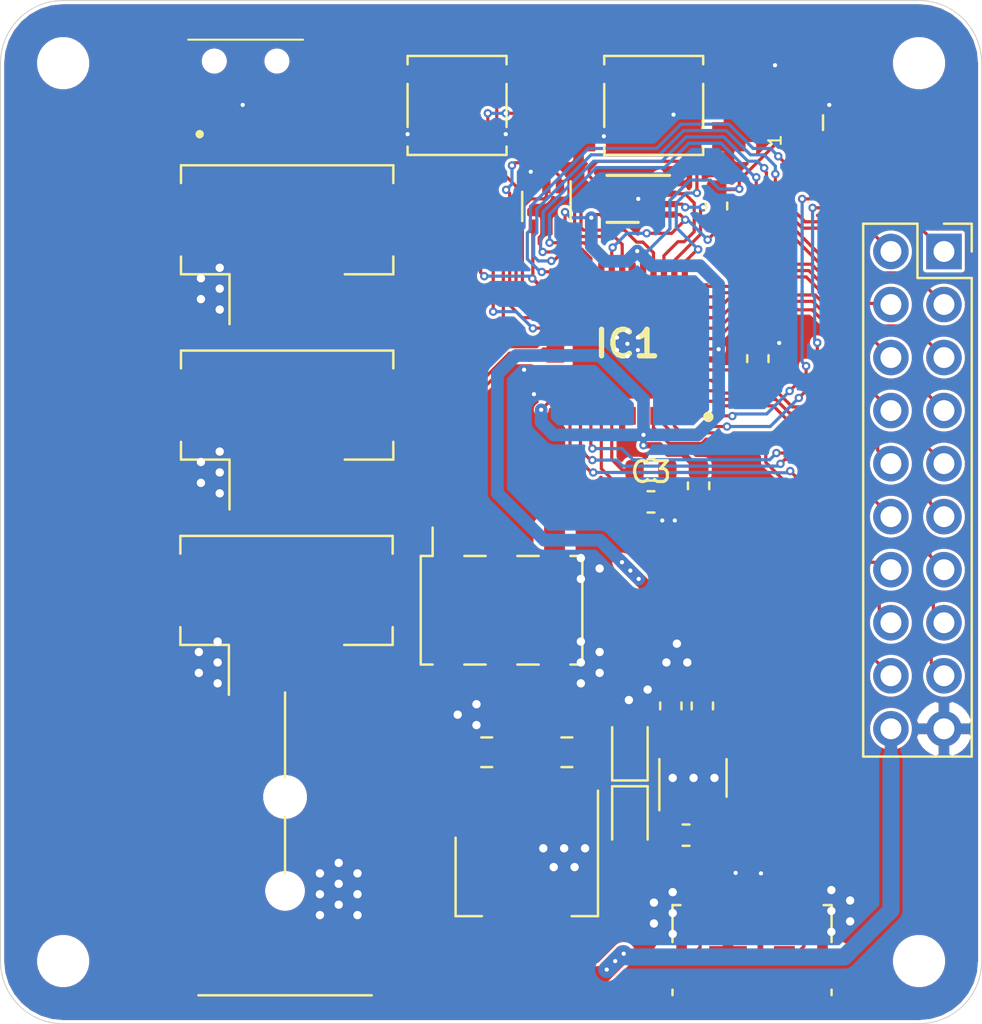
<source format=kicad_pcb>
(kicad_pcb (version 20171130) (host pcbnew "(5.1.6)-1")
  (layers (0 F.Cu signal hide) (31 B.Cu signal hide) (34 B.Paste user) (35 F.Paste user) (36 B.SilkS user hide) (37 F.SilkS user) (38 B.Mask user) (39 F.Mask user) (44 Edge.Cuts user))
  (net 0 "")
  (net 1 GND)
  (net 2 VCC)
  (net 3 +5V)
  (net 4 "Net-(C3-Pad1)")
  (net 5 "Net-(C4-Pad1)")
  (net 6 "Net-(C5-Pad2)")
  (net 7 "Net-(C6-Pad1)")
  (net 8 +5VP)
  (net 9 "Net-(D3-Pad2)")
  (net 10 "Net-(D3-Pad3)")
  (net 11 DOTSTAR_CLK)
  (net 12 DOTSTAR_DATA)
  (net 13 QSPI_D0)
  (net 14 QSPI_D1)
  (net 15 QSPI_D2)
  (net 16 QSPI_D3)
  (net 17 QSPI_SCK)
  (net 18 QSPI_CS)
  (net 19 SDA)
  (net 20 SCL)
  (net 21 RX)
  (net 22 TX)
  (net 23 9)
  (net 24 10)
  (net 25 11)
  (net 26 13)
  (net 27 12)
  (net 28 D-)
  (net 29 D+)
  (net 30 "Net-(IC1-Pad43)")
  (net 31 SWCLK)
  (net 32 SWDIO)
  (net 33 "Net-(J3-Pad4)")
  (net 34 "Net-(R1-Pad1)")
  (net 35 "Net-(SW1-Pad3)")
  (net 36 "Net-(U2-Pad4)")
  (net 37 +3V3)
  (net 38 7)
  (net 39 PA00)
  (net 40 PA01)
  (net 41 PA02)
  (net 42 PB08)
  (net 43 PB09)
  (net 44 PA04)
  (net 45 PA05)
  (net 46 PA06)
  (net 47 PA07)
  (net 48 PA14)
  (net 49 PA15)
  (net 50 PB22)
  (net 51 PB23)
  (net 52 PA27)
  (module Package_TO_SOT_SMD:SOT-223 (layer F.Cu) (at 135.21 100.94 270)
    (fp_text reference U1 hide)
    (fp_text value LM1117-5.0)
    (pad 1 smd rect (at -3.15 -2.3 270) (size 2 1.5) (layers F.Cu F.Paste F.Mask) (net 1 GND))
    (pad 3 smd rect (at -3.15 2.3 270) (size 2 1.5) (layers F.Cu F.Paste F.Mask) (net 2 VCC))
    (pad 2 smd rect (at -3.15 0 270) (size 2 1.5) (layers F.Cu F.Paste F.Mask) (net 3 +5V))
    (pad 4 smd rect (at 3.15 0 270) (size 2 3.8) (layers F.Cu F.Paste F.Mask))
  )
  (module Capacitor_SMD:C_0805_2012Metric (layer F.Cu) (at 133.29 95 180)
    (fp_text reference C1 hide)
    (fp_text value CP)
    (pad 1 smd roundrect (at -0.9375 0 180) (size 0.975 1.4) (layers F.Cu F.Paste F.Mask) (net 2 VCC))
    (pad 2 smd roundrect (at 0.9375 0 180) (size 0.975 1.4) (layers F.Cu F.Paste F.Mask) (net 1 GND))
  )
  (module Capacitor_SMD:C_0805_2012Metric (layer F.Cu) (at 137.13 95)
    (fp_text reference C2 hide)
    (fp_text value CP)
    (pad 2 smd roundrect (at 0.9375 0) (size 0.975 1.4) (layers F.Cu F.Paste F.Mask) (net 1 GND))
    (pad 1 smd roundrect (at -0.9375 0) (size 0.975 1.4) (layers F.Cu F.Paste F.Mask) (net 3 +5V))
  )
  (module MountingHole:MountingHole_2.2mm_M2 (layer F.Cu) (at 113 105)
    (fp_text reference H1 hide)
    (fp_text value MountingHole)
    (pad 1 np_thru_hole circle (at 0 0) (size 2.2 2.2) (drill 2.2) (layers *.Cu *.Mask))
  )
  (module MountingHole:MountingHole_2.2mm_M2 (layer F.Cu) (at 154 105)
    (fp_text reference H2 hide)
    (fp_text value MountingHole)
    (pad 1 np_thru_hole circle (at 0 0) (size 2.2 2.2) (drill 2.2) (layers *.Cu *.Mask))
  )
  (module Resistor_SMD:R_0603_1608Metric (layer F.Cu) (at 141.16 83.01)
    (fp_text reference C3 (at 0 -1.43) (layer F.SilkS))
    (fp_text value 1uF)
    (pad 2 smd roundrect (at 0.7875 0) (size 0.875 0.95) (layers F.Cu F.Paste F.Mask) (net 1 GND))
    (pad 1 smd roundrect (at -0.7875 0) (size 0.875 0.95) (layers F.Cu F.Paste F.Mask) (net 4 "Net-(C3-Pad1)"))
  )
  (module Resistor_SMD:R_0603_1608Metric (layer F.Cu) (at 141.16 81.48)
    (fp_text reference C4 hide)
    (fp_text value 10uF)
    (pad 1 smd roundrect (at -0.7875 0) (size 0.875 0.95) (layers F.Cu F.Paste F.Mask) (net 5 "Net-(C4-Pad1)"))
    (pad 2 smd roundrect (at 0.7875 0) (size 0.875 0.95) (layers F.Cu F.Paste F.Mask) (net 1 GND))
  )
  (module Resistor_SMD:R_0603_1608Metric (layer F.Cu) (at 146.28 76.15 270)
    (fp_text reference C5 hide)
    (fp_text value 1uF)
    (pad 2 smd roundrect (at 0.7875 0 270) (size 0.875 0.95) (layers F.Cu F.Paste F.Mask) (net 6 "Net-(C5-Pad2)"))
    (pad 1 smd roundrect (at -0.7875 0 270) (size 0.875 0.95) (layers F.Cu F.Paste F.Mask) (net 1 GND))
  )
  (module Resistor_SMD:R_0603_1608Metric (layer F.Cu) (at 142.11 92.78 90)
    (fp_text reference C6 hide)
    (fp_text value 10uF)
    (pad 2 smd roundrect (at 0.7875 0 90) (size 0.875 0.95) (layers F.Cu F.Paste F.Mask) (net 1 GND))
    (pad 1 smd roundrect (at -0.7875 0 90) (size 0.875 0.95) (layers F.Cu F.Paste F.Mask) (net 7 "Net-(C6-Pad1)"))
  )
  (module Diode_SMD:D_SOD-323 (layer F.Cu) (at 140.15 98.13 270)
    (fp_text reference D1 hide)
    (fp_text value D)
    (pad 2 smd rect (at 1.05 0 270) (size 0.6 0.45) (layers F.Cu F.Paste F.Mask) (net 8 +5VP))
    (pad 1 smd rect (at -1.05 0 270) (size 0.6 0.45) (layers F.Cu F.Paste F.Mask) (net 7 "Net-(C6-Pad1)"))
  )
  (module Diode_SMD:D_SOD-323 (layer F.Cu) (at 140.15 94.85 90)
    (fp_text reference D2 hide)
    (fp_text value D)
    (pad 1 smd rect (at -1.05 0 90) (size 0.6 0.45) (layers F.Cu F.Paste F.Mask) (net 7 "Net-(C6-Pad1)"))
    (pad 2 smd rect (at 1.05 0 90) (size 0.6 0.45) (layers F.Cu F.Paste F.Mask) (net 3 +5V))
  )
  (module LED_SMD:LED-APA102-2020 (layer F.Cu) (at 148 64 90)
    (fp_text reference D3 hide)
    (fp_text value APA102-2020)
    (fp_text user 1 (at -1.7 -0.9 90) (layer F.SilkS) (effects (font (size 0.6 0.6) (thickness 0.1))))
    (pad 1 smd rect (at -0.85 -0.9 90) (size 0.8 0.5) (layers F.Cu F.Paste F.Mask) (net 37 +3V3))
    (pad 2 smd rect (at -0.85 0 90) (size 0.8 0.3) (layers F.Cu F.Paste F.Mask) (net 9 "Net-(D3-Pad2)"))
    (pad 3 smd rect (at -0.85 0.9 90) (size 0.8 0.5) (layers F.Cu F.Paste F.Mask) (net 10 "Net-(D3-Pad3)"))
    (pad 5 smd rect (at 0.85 0 90) (size 0.8 0.3) (layers F.Cu F.Paste F.Mask) (net 11 DOTSTAR_CLK))
    (pad 4 smd rect (at 0.85 0.9 90) (size 0.8 0.5) (layers F.Cu F.Paste F.Mask) (net 12 DOTSTAR_DATA))
    (pad 6 smd rect (at 0.85 -0.9 90) (size 0.8 0.5) (layers F.Cu F.Paste F.Mask) (net 1 GND))
    (pad 1 smd rect (at 0 -0.83 180) (size 1 0.5) (layers F.Cu F.Paste F.Mask) (net 37 +3V3))
    (pad 6 smd rect (at 0 0.59 180) (size 1.48 0.5) (layers F.Cu F.Paste F.Mask) (net 1 GND))
  )
  (module unified:QFN50P700X700X90-49N-D (layer F.Cu) (at 140.03 75.44 180)
    (fp_text reference IC1 (at 0 0) (layer F.SilkS) (effects (font (size 1.27 1.27) (thickness 0.254))))
    (fp_text value ATSAMD51G19A-MU hide)
    (pad 1 smd rect (at -3.45 -2.75 270) (size 0.3 0.85) (layers F.Cu F.Paste F.Mask) (net 39 PA00))
    (pad 2 smd rect (at -3.45 -2.25 270) (size 0.3 0.85) (layers F.Cu F.Paste F.Mask) (net 40 PA01))
    (pad 3 smd rect (at -3.45 -1.75 270) (size 0.3 0.85) (layers F.Cu F.Paste F.Mask) (net 41 PA02))
    (pad 4 smd rect (at -3.45 -1.25 270) (size 0.3 0.85) (layers F.Cu F.Paste F.Mask) (net 6 "Net-(C5-Pad2)"))
    (pad 5 smd rect (at -3.45 -0.75 270) (size 0.3 0.85) (layers F.Cu F.Paste F.Mask) (net 1 GND))
    (pad 6 smd rect (at -3.45 -0.25 270) (size 0.3 0.85) (layers F.Cu F.Paste F.Mask) (net 37 +3V3))
    (pad 7 smd rect (at -3.45 0.25 270) (size 0.3 0.85) (layers F.Cu F.Paste F.Mask) (net 42 PB08))
    (pad 8 smd rect (at -3.45 0.75 270) (size 0.3 0.85) (layers F.Cu F.Paste F.Mask) (net 43 PB09))
    (pad 9 smd rect (at -3.45 1.25 270) (size 0.3 0.85) (layers F.Cu F.Paste F.Mask) (net 44 PA04))
    (pad 10 smd rect (at -3.45 1.75 270) (size 0.3 0.85) (layers F.Cu F.Paste F.Mask) (net 45 PA05))
    (pad 11 smd rect (at -3.45 2.25 270) (size 0.3 0.85) (layers F.Cu F.Paste F.Mask) (net 46 PA06))
    (pad 12 smd rect (at -3.45 2.75 270) (size 0.3 0.85) (layers F.Cu F.Paste F.Mask) (net 47 PA07))
    (pad 13 smd rect (at -2.75 3.45 180) (size 0.3 0.85) (layers F.Cu F.Paste F.Mask) (net 13 QSPI_D0))
    (pad 14 smd rect (at -2.25 3.45 180) (size 0.3 0.85) (layers F.Cu F.Paste F.Mask) (net 14 QSPI_D1))
    (pad 15 smd rect (at -1.75 3.45 180) (size 0.3 0.85) (layers F.Cu F.Paste F.Mask) (net 15 QSPI_D2))
    (pad 16 smd rect (at -1.25 3.45 180) (size 0.3 0.85) (layers F.Cu F.Paste F.Mask) (net 16 QSPI_D3))
    (pad 17 smd rect (at -0.75 3.45 180) (size 0.3 0.85) (layers F.Cu F.Paste F.Mask) (net 37 +3V3))
    (pad 18 smd rect (at -0.25 3.45 180) (size 0.3 0.85) (layers F.Cu F.Paste F.Mask) (net 1 GND))
    (pad 19 smd rect (at 0.25 3.45 180) (size 0.3 0.85) (layers F.Cu F.Paste F.Mask) (net 17 QSPI_SCK))
    (pad 20 smd rect (at 0.75 3.45 180) (size 0.3 0.85) (layers F.Cu F.Paste F.Mask) (net 18 QSPI_CS))
    (pad 21 smd rect (at 1.25 3.45 180) (size 0.3 0.85) (layers F.Cu F.Paste F.Mask) (net 19 SDA))
    (pad 22 smd rect (at 1.75 3.45 180) (size 0.3 0.85) (layers F.Cu F.Paste F.Mask) (net 20 SCL))
    (pad 23 smd rect (at 2.25 3.45 180) (size 0.3 0.85) (layers F.Cu F.Paste F.Mask) (net 48 PA14))
    (pad 24 smd rect (at 2.75 3.45 180) (size 0.3 0.85) (layers F.Cu F.Paste F.Mask) (net 49 PA15))
    (pad 25 smd rect (at 3.45 2.75 270) (size 0.3 0.85) (layers F.Cu F.Paste F.Mask) (net 21 RX))
    (pad 26 smd rect (at 3.45 2.25 270) (size 0.3 0.85) (layers F.Cu F.Paste F.Mask) (net 22 TX))
    (pad 27 smd rect (at 3.45 1.75 270) (size 0.3 0.85) (layers F.Cu F.Paste F.Mask) (net 38 7))
    (pad 28 smd rect (at 3.45 1.25 270) (size 0.3 0.85) (layers F.Cu F.Paste F.Mask) (net 23 9))
    (pad 29 smd rect (at 3.45 0.75 270) (size 0.3 0.85) (layers F.Cu F.Paste F.Mask) (net 24 10))
    (pad 30 smd rect (at 3.45 0.25 270) (size 0.3 0.85) (layers F.Cu F.Paste F.Mask) (net 25 11))
    (pad 31 smd rect (at 3.45 -0.25 270) (size 0.3 0.85) (layers F.Cu F.Paste F.Mask) (net 26 13))
    (pad 32 smd rect (at 3.45 -0.75 270) (size 0.3 0.85) (layers F.Cu F.Paste F.Mask) (net 27 12))
    (pad 33 smd rect (at 3.45 -1.25 270) (size 0.3 0.85) (layers F.Cu F.Paste F.Mask) (net 28 D-))
    (pad 34 smd rect (at 3.45 -1.75 270) (size 0.3 0.85) (layers F.Cu F.Paste F.Mask) (net 29 D+))
    (pad 35 smd rect (at 3.45 -2.25 270) (size 0.3 0.85) (layers F.Cu F.Paste F.Mask) (net 1 GND))
    (pad 36 smd rect (at 3.45 -2.75 270) (size 0.3 0.85) (layers F.Cu F.Paste F.Mask) (net 37 +3V3))
    (pad 37 smd rect (at 2.75 -3.45 180) (size 0.3 0.85) (layers F.Cu F.Paste F.Mask) (net 50 PB22))
    (pad 38 smd rect (at 2.25 -3.45 180) (size 0.3 0.85) (layers F.Cu F.Paste F.Mask) (net 51 PB23))
    (pad 39 smd rect (at 1.75 -3.45 180) (size 0.3 0.85) (layers F.Cu F.Paste F.Mask) (net 52 PA27))
    (pad 40 smd rect (at 1.25 -3.45 180) (size 0.3 0.85) (layers F.Cu F.Paste F.Mask) (net 4 "Net-(C3-Pad1)"))
    (pad 41 smd rect (at 0.75 -3.45 180) (size 0.3 0.85) (layers F.Cu F.Paste F.Mask) (net 5 "Net-(C4-Pad1)"))
    (pad 42 smd rect (at 0.25 -3.45 180) (size 0.3 0.85) (layers F.Cu F.Paste F.Mask) (net 1 GND))
    (pad 43 smd rect (at -0.25 -3.45 180) (size 0.3 0.85) (layers F.Cu F.Paste F.Mask) (net 30 "Net-(IC1-Pad43)"))
    (pad 44 smd rect (at -0.75 -3.45 180) (size 0.3 0.85) (layers F.Cu F.Paste F.Mask) (net 37 +3V3))
    (pad 45 smd rect (at -1.25 -3.45 180) (size 0.3 0.85) (layers F.Cu F.Paste F.Mask) (net 31 SWCLK))
    (pad 46 smd rect (at -1.75 -3.45 180) (size 0.3 0.85) (layers F.Cu F.Paste F.Mask) (net 32 SWDIO))
    (pad 47 smd rect (at -2.25 -3.45 180) (size 0.3 0.85) (layers F.Cu F.Paste F.Mask) (net 11 DOTSTAR_CLK))
    (pad 48 smd rect (at -2.75 -3.45 180) (size 0.3 0.85) (layers F.Cu F.Paste F.Mask) (net 12 DOTSTAR_DATA))
    (pad 49 smd rect (at 0 0 180) (size 5.25 5.25) (layers F.Cu F.Paste F.Mask) (net 1 GND))
  )
  (module unified:DC-005-5A-2.0-SMT (layer F.Cu) (at 123.63 106.64 90)
    (fp_text reference J1 hide)
    (fp_text value Barrel_Jack)
    (pad "" np_thru_hole circle (at 5 0 90) (size 1.6 1.6) (drill 1.6) (layers *.Cu *.Mask))
    (pad "" np_thru_hole circle (at 9.5 0 90) (size 1.8 1.8) (drill 1.8) (layers *.Cu *.Mask))
    (pad 2 smd rect (at 5 5.7 180) (size 2.8 2.4) (layers F.Cu F.Paste F.Mask) (net 1 GND))
    (pad 1 smd rect (at 5 -5.65 180) (size 2.8 2.4) (layers F.Cu F.Paste F.Mask) (net 2 VCC))
    (pad 1 smd rect (at 11.1 -5.65 180) (size 2.8 2.4) (layers F.Cu F.Paste F.Mask) (net 2 VCC))
    (pad 3 smd rect (at 11.1 5.65 180) (size 2.8 2.4) (layers F.Cu F.Paste F.Mask))
  )
  (module Connector_PinSocket_2.54mm:PinSocket_2x03_P2.54mm_Vertical_SMD (layer F.Cu) (at 134 88.2 90)
    (fp_text reference J2 hide)
    (fp_text value Conn_02x03_Odd_Even)
    (pad 1 smd rect (at 2.52 -2.54 90) (size 3 1) (layers F.Cu F.Paste F.Mask) (net 26 13))
    (pad 2 smd rect (at -2.52 -2.54 90) (size 3 1) (layers F.Cu F.Paste F.Mask) (net 27 12))
    (pad 3 smd rect (at 2.52 0 90) (size 3 1) (layers F.Cu F.Paste F.Mask) (net 3 +5V))
    (pad 4 smd rect (at -2.52 0 90) (size 3 1) (layers F.Cu F.Paste F.Mask) (net 3 +5V))
    (pad 5 smd rect (at 2.52 2.54 90) (size 3 1) (layers F.Cu F.Paste F.Mask) (net 1 GND))
    (pad 6 smd rect (at -2.52 2.54 90) (size 3 1) (layers F.Cu F.Paste F.Mask) (net 1 GND))
  )
  (module Connector_USB:USB_Micro-B_Molex_47346-0001 (layer F.Cu) (at 146 104.03)
    (fp_text reference J3 hide)
    (fp_text value USB_B_Micro)
    (pad 1 smd rect (at -1.3 -1.46) (size 0.45 1.38) (layers F.Cu F.Paste F.Mask) (net 8 +5VP))
    (pad 2 smd rect (at -0.65 -1.46) (size 0.45 1.38) (layers F.Cu F.Paste F.Mask) (net 28 D-))
    (pad 3 smd rect (at 0 -1.46) (size 0.45 1.38) (layers F.Cu F.Paste F.Mask) (net 29 D+))
    (pad 4 smd rect (at 0.65 -1.46) (size 0.45 1.38) (layers F.Cu F.Paste F.Mask) (net 33 "Net-(J3-Pad4)"))
    (pad 5 smd rect (at 1.3 -1.46) (size 0.45 1.38) (layers F.Cu F.Paste F.Mask) (net 1 GND))
    (pad 6 smd rect (at -2.4875 -1.375) (size 1.425 1.55) (layers F.Cu F.Paste F.Mask) (net 1 GND))
    (pad 6 smd rect (at 2.4875 -1.375) (size 1.425 1.55) (layers F.Cu F.Paste F.Mask) (net 1 GND))
    (pad 6 smd rect (at -3.375 1.2) (size 1.65 1.3) (layers F.Cu F.Paste F.Mask) (net 1 GND))
    (pad 6 smd rect (at 3.375 1.2) (size 1.65 1.3) (layers F.Cu F.Paste F.Mask) (net 1 GND))
    (pad 6 smd rect (at -1.15 1.2) (size 1.8 1.9) (layers F.Cu F.Paste F.Mask) (net 1 GND))
    (pad 6 smd rect (at 1.55 1.2) (size 1 1.9) (layers F.Cu F.Paste F.Mask) (net 1 GND))
  )
  (module Connector_JST:JST_PH_B3B-PH-SM4-TB_1x03-1MP_P2.00mm_Vertical (layer F.Cu) (at 123.73 71.25)
    (fp_text reference J5 hide)
    (fp_text value Conn_01x03_Male)
    (pad 1 smd roundrect (at -2 0.5) (size 1 5.5) (layers F.Cu F.Paste F.Mask) (net 1 GND))
    (pad 2 smd roundrect (at 0 0.5) (size 1 5.5) (layers F.Cu F.Paste F.Mask) (net 2 VCC))
    (pad 3 smd roundrect (at 2 0.5) (size 1 5.5) (layers F.Cu F.Paste F.Mask) (net 21 RX))
    (pad MP smd roundrect (at -4.4 -1.75) (size 1.6 3) (layers F.Cu F.Paste F.Mask) (roundrect_rratio 0.15625))
    (pad MP smd roundrect (at 4.4 -1.75) (size 1.6 3) (layers F.Cu F.Paste F.Mask) (roundrect_rratio 0.15625))
  )
  (module Connector_JST:JST_PH_B3B-PH-SM4-TB_1x03-1MP_P2.00mm_Vertical (layer F.Cu) (at 123.7 89)
    (fp_text reference J6 hide)
    (fp_text value Conn_01x03_Male)
    (pad 1 smd roundrect (at -2 0.5) (size 1 5.5) (layers F.Cu F.Paste F.Mask) (net 1 GND))
    (pad 2 smd roundrect (at 0 0.5) (size 1 5.5) (layers F.Cu F.Paste F.Mask) (net 2 VCC))
    (pad 3 smd roundrect (at 2 0.5) (size 1 5.5) (layers F.Cu F.Paste F.Mask) (net 21 RX))
    (pad MP smd roundrect (at -4.4 -1.75) (size 1.6 3) (layers F.Cu F.Paste F.Mask) (roundrect_rratio 0.15625))
    (pad MP smd roundrect (at 4.4 -1.75) (size 1.6 3) (layers F.Cu F.Paste F.Mask) (roundrect_rratio 0.15625))
  )
  (module Connector_JST:JST_PH_B3B-PH-SM4-TB_1x03-1MP_P2.00mm_Vertical (layer F.Cu) (at 123.73 80.125)
    (fp_text reference J7 hide)
    (fp_text value Conn_01x03_Male)
    (pad MP smd roundrect (at 4.4 -1.75) (size 1.6 3) (layers F.Cu F.Paste F.Mask) (roundrect_rratio 0.15625))
    (pad MP smd roundrect (at -4.4 -1.75) (size 1.6 3) (layers F.Cu F.Paste F.Mask) (roundrect_rratio 0.15625))
    (pad 3 smd roundrect (at 2 0.5) (size 1 5.5) (layers F.Cu F.Paste F.Mask) (net 21 RX))
    (pad 2 smd roundrect (at 0 0.5) (size 1 5.5) (layers F.Cu F.Paste F.Mask) (net 2 VCC))
    (pad 1 smd roundrect (at -2 0.5) (size 1 5.5) (layers F.Cu F.Paste F.Mask) (net 1 GND))
  )
  (module Resistor_SMD:R_0603_1608Metric (layer F.Cu) (at 142.84 98.97 180)
    (fp_text reference R1 hide)
    (fp_text value 100k)
    (pad 1 smd roundrect (at -0.7875 0 180) (size 0.875 0.95) (layers F.Cu F.Paste F.Mask) (net 34 "Net-(R1-Pad1)"))
    (pad 2 smd roundrect (at 0.7875 0 180) (size 0.875 0.95) (layers F.Cu F.Paste F.Mask) (net 7 "Net-(C6-Pad1)"))
  )
  (module Resistor_SMD:R_0603_1608Metric (layer F.Cu) (at 144.3 68.84 270)
    (fp_text reference R2 hide)
    (fp_text value 100k)
    (pad 1 smd roundrect (at -0.7875 0 270) (size 0.875 0.95) (layers F.Cu F.Paste F.Mask) (net 37 +3V3))
    (pad 2 smd roundrect (at 0.7875 0 270) (size 0.875 0.95) (layers F.Cu F.Paste F.Mask) (net 18 QSPI_CS))
  )
  (module Resistor_SMD:R_0603_1608Metric (layer F.Cu) (at 143.44 82.24 270)
    (fp_text reference R3 hide)
    (fp_text value 10k)
    (pad 1 smd roundrect (at -0.7875 0 270) (size 0.875 0.95) (layers F.Cu F.Paste F.Mask) (net 37 +3V3))
    (pad 2 smd roundrect (at 0.7875 0 270) (size 0.875 0.95) (layers F.Cu F.Paste F.Mask) (net 4 "Net-(C3-Pad1)"))
  )
  (module unified:SK3296S01L1 (layer F.Cu) (at 121.74 63.15 180)
    (fp_text reference SW1 hide)
    (fp_text value SW_SPDT hide)
    (pad 3 smd rect (at 2.25 -0.9 180) (size 0.9 1.2) (layers F.Cu F.Paste F.Mask) (net 35 "Net-(SW1-Pad3)"))
    (pad 2 smd rect (at -0.75 -0.9 180) (size 0.9 1.2) (layers F.Cu F.Paste F.Mask) (net 1 GND))
    (pad 1 smd rect (at -2.25 -0.9 180) (size 0.9 1.2) (layers F.Cu F.Paste F.Mask) (net 24 10))
    (pad MH1 np_thru_hole circle (at -1.5 1.25 180) (size 0.9 0) (drill 0.9) (layers *.Cu *.Mask))
    (pad MH2 np_thru_hole circle (at 1.5 1.25 180) (size 0.9 0) (drill 0.9) (layers *.Cu *.Mask))
    (pad MP1 smd rect (at -3.8 0.15 180) (size 0.8 0.9) (layers F.Cu F.Paste F.Mask))
    (pad MP2 smd rect (at 3.8 0.15 180) (size 0.8 0.9) (layers F.Cu F.Paste F.Mask))
    (pad MP3 smd rect (at 3.8 2.35 180) (size 0.8 0.9) (layers F.Cu F.Paste F.Mask))
    (pad MP4 smd rect (at -3.8 2.35 180) (size 0.8 0.9) (layers F.Cu F.Paste F.Mask))
  )
  (module Package_TO_SOT_SMD:SOT-23-5 (layer F.Cu) (at 143.17 96.23 90)
    (fp_text reference U2 hide)
    (fp_text value AP2112K-3.3)
    (pad 1 smd rect (at -1.1 -0.95 90) (size 1.06 0.65) (layers F.Cu F.Paste F.Mask) (net 7 "Net-(C6-Pad1)"))
    (pad 2 smd rect (at -1.1 0 90) (size 1.06 0.65) (layers F.Cu F.Paste F.Mask) (net 1 GND))
    (pad 3 smd rect (at -1.1 0.95 90) (size 1.06 0.65) (layers F.Cu F.Paste F.Mask) (net 34 "Net-(R1-Pad1)"))
    (pad 4 smd rect (at 1.1 0.95 90) (size 1.06 0.65) (layers F.Cu F.Paste F.Mask) (net 36 "Net-(U2-Pad4)"))
    (pad 5 smd rect (at 1.1 -0.95 90) (size 1.06 0.65) (layers F.Cu F.Paste F.Mask) (net 37 +3V3))
  )
  (module Package_DFN_QFN:DFN-8-1EP_3x2mm_P0.5mm_EP1.75x1.45mm (layer F.Cu) (at 140.55 68.5 180)
    (fp_text reference U3 hide)
    (fp_text value AT25xxx-MA)
    (pad 1 smd rect (at -1.45 -0.75 180) (size 0.75 0.3) (layers F.Cu F.Paste F.Mask) (net 18 QSPI_CS))
    (pad 2 smd rect (at -1.45 -0.25 180) (size 0.75 0.3) (layers F.Cu F.Paste F.Mask) (net 14 QSPI_D1))
    (pad 3 smd rect (at -1.45 0.25 180) (size 0.75 0.3) (layers F.Cu F.Paste F.Mask) (net 15 QSPI_D2))
    (pad 4 smd rect (at -1.45 0.75 180) (size 0.75 0.3) (layers F.Cu F.Paste F.Mask) (net 1 GND))
    (pad 5 smd rect (at 1.45 0.75 180) (size 0.75 0.3) (layers F.Cu F.Paste F.Mask) (net 13 QSPI_D0))
    (pad 6 smd rect (at 1.45 0.25 180) (size 0.75 0.3) (layers F.Cu F.Paste F.Mask) (net 17 QSPI_SCK))
    (pad 7 smd rect (at 1.45 -0.25 180) (size 0.75 0.3) (layers F.Cu F.Paste F.Mask) (net 16 QSPI_D3))
    (pad 8 smd rect (at 1.45 -0.75 180) (size 0.75 0.3) (layers F.Cu F.Paste F.Mask) (net 37 +3V3))
    (pad 9 smd rect (at 0 0 180) (size 1.75 1.45) (layers F.Cu F.Mask) (net 1 GND))
  )
  (module Package_TO_SOT_SMD:SOT-353_SC-70-5 (layer F.Cu) (at 136.15 68.86 270)
    (fp_text reference U4 hide)
    (fp_text value 74LVC1G125)
    (pad 1 smd rect (at -0.95 -0.65 270) (size 0.65 0.4) (layers F.Cu F.Paste F.Mask) (net 23 9))
    (pad 3 smd rect (at -0.95 0.65 270) (size 0.65 0.4) (layers F.Cu F.Paste F.Mask) (net 1 GND))
    (pad 2 smd rect (at -0.95 0 270) (size 0.65 0.4) (layers F.Cu F.Paste F.Mask) (net 22 TX))
    (pad 4 smd rect (at 0.95 0.65 270) (size 0.65 0.4) (layers F.Cu F.Paste F.Mask) (net 21 RX))
    (pad 5 smd rect (at 0.95 -0.65 270) (size 0.65 0.4) (layers F.Cu F.Paste F.Mask) (net 37 +3V3))
  )
  (module Resistor_SMD:R_0603_1608Metric (layer F.Cu) (at 143.62 92.78 90)
    (fp_text reference C7 hide)
    (fp_text value 10uF)
    (pad 1 smd roundrect (at -0.7875 0 90) (size 0.875 0.95) (layers F.Cu F.Paste F.Mask) (net 37 +3V3))
    (pad 2 smd roundrect (at 0.7875 0 90) (size 0.875 0.95) (layers F.Cu F.Paste F.Mask) (net 1 GND))
  )
  (module Button_Switch_SMD:SW_SPST_TL3305C (layer F.Cu) (at 141.29 64.025 180)
    (fp_text reference SW2 hide)
    (fp_text value SW_SPST)
    (pad 1 smd rect (at 3.6 -1.5 180) (size 1.6 1.4) (layers F.Cu F.Paste F.Mask) (net 1 GND))
    (pad 1 smd rect (at -3.6 -1.5 180) (size 1.6 1.4) (layers F.Cu F.Paste F.Mask) (net 1 GND))
    (pad 2 smd rect (at 3.6 1.5 180) (size 1.6 1.4) (layers F.Cu F.Paste F.Mask) (net 25 11))
    (pad 2 smd rect (at -3.6 1.5 180) (size 1.6 1.4) (layers F.Cu F.Paste F.Mask) (net 25 11))
  )
  (module Button_Switch_SMD:SW_SPST_TL3305C (layer F.Cu) (at 131.87 64.025 180)
    (fp_text reference SW3 hide)
    (fp_text value SW_SPST)
    (pad 2 smd rect (at -3.6 1.5 180) (size 1.6 1.4) (layers F.Cu F.Paste F.Mask) (net 38 7))
    (pad 2 smd rect (at 3.6 1.5 180) (size 1.6 1.4) (layers F.Cu F.Paste F.Mask) (net 38 7))
    (pad 1 smd rect (at -3.6 -1.5 180) (size 1.6 1.4) (layers F.Cu F.Paste F.Mask) (net 1 GND))
    (pad 1 smd rect (at 3.6 -1.5 180) (size 1.6 1.4) (layers F.Cu F.Paste F.Mask) (net 1 GND))
  )
  (module MountingHole:MountingHole_2.2mm_M2 (layer F.Cu) (at 113 62)
    (fp_text reference H3 hide)
    (fp_text value MountingHole)
    (pad 1 np_thru_hole circle (at 0 0) (size 2.2 2.2) (drill 2.2) (layers *.Cu *.Mask))
  )
  (module MountingHole:MountingHole_2.2mm_M2 (layer F.Cu) (at 154 62)
    (fp_text reference H4 hide)
    (fp_text value MountingHole)
    (pad 1 np_thru_hole circle (at 0 0) (size 2.2 2.2) (drill 2.2) (layers *.Cu *.Mask))
  )
  (module Connector_PinSocket_2.54mm:PinSocket_2x10_P2.54mm_Vertical (layer F.Cu) (at 155.194 71.0184)
    (fp_text reference J4 hide)
    (fp_text value Conn_02x10_Odd_Even)
    (pad 1 thru_hole rect (at 0 0) (size 1.7 1.7) (drill 1) (layers *.Cu *.Mask) (net 49 PA15))
    (pad 2 thru_hole oval (at -2.54 0) (size 1.7 1.7) (drill 1) (layers *.Cu *.Mask) (net 48 PA14))
    (pad 3 thru_hole oval (at 0 2.54) (size 1.7 1.7) (drill 1) (layers *.Cu *.Mask) (net 20 SCL))
    (pad 4 thru_hole oval (at -2.54 2.54) (size 1.7 1.7) (drill 1) (layers *.Cu *.Mask) (net 19 SDA))
    (pad 5 thru_hole oval (at 0 5.08) (size 1.7 1.7) (drill 1) (layers *.Cu *.Mask) (net 47 PA07))
    (pad 6 thru_hole oval (at -2.54 5.08) (size 1.7 1.7) (drill 1) (layers *.Cu *.Mask) (net 46 PA06))
    (pad 7 thru_hole oval (at 0 7.62) (size 1.7 1.7) (drill 1) (layers *.Cu *.Mask) (net 45 PA05))
    (pad 8 thru_hole oval (at -2.54 7.62) (size 1.7 1.7) (drill 1) (layers *.Cu *.Mask) (net 44 PA04))
    (pad 9 thru_hole oval (at 0 10.16) (size 1.7 1.7) (drill 1) (layers *.Cu *.Mask) (net 43 PB09))
    (pad 10 thru_hole oval (at -2.54 10.16) (size 1.7 1.7) (drill 1) (layers *.Cu *.Mask) (net 42 PB08))
    (pad 11 thru_hole oval (at 0 12.7) (size 1.7 1.7) (drill 1) (layers *.Cu *.Mask) (net 41 PA02))
    (pad 12 thru_hole oval (at -2.54 12.7) (size 1.7 1.7) (drill 1) (layers *.Cu *.Mask) (net 40 PA01))
    (pad 13 thru_hole oval (at 0 15.24) (size 1.7 1.7) (drill 1) (layers *.Cu *.Mask) (net 39 PA00))
    (pad 14 thru_hole oval (at -2.54 15.24) (size 1.7 1.7) (drill 1) (layers *.Cu *.Mask) (net 32 SWDIO))
    (pad 15 thru_hole oval (at 0 17.78) (size 1.7 1.7) (drill 1) (layers *.Cu *.Mask) (net 52 PA27))
    (pad 16 thru_hole oval (at -2.54 17.78) (size 1.7 1.7) (drill 1) (layers *.Cu *.Mask) (net 51 PB23))
    (pad 17 thru_hole oval (at 0 20.32) (size 1.7 1.7) (drill 1) (layers *.Cu *.Mask) (net 50 PB22))
    (pad 18 thru_hole oval (at -2.54 20.32) (size 1.7 1.7) (drill 1) (layers *.Cu *.Mask) (net 31 SWCLK))
    (pad 19 thru_hole oval (at 0 22.86) (size 1.7 1.7) (drill 1) (layers *.Cu *.Mask) (net 1 GND))
    (pad 20 thru_hole oval (at -2.54 22.86) (size 1.7 1.7) (drill 1) (layers *.Cu *.Mask) (net 2 VCC))
  )
  (gr_line (start 154 59) (end 113 59) (layer Edge.Cuts) (width 0.05))
  (gr_line (start 157 105) (end 157 62) (layer Edge.Cuts) (width 0.05))
  (gr_line (start 113 108) (end 154 108) (layer Edge.Cuts) (width 0.05))
  (gr_line (start 110 62) (end 110 105) (layer Edge.Cuts) (width 0.05))
  (gr_arc (start 113 105) (end 110 105) (angle -90) (layer Edge.Cuts) (width 0.05))
  (gr_arc (start 154 105) (end 154 108) (angle -90) (layer Edge.Cuts) (width 0.05))
  (gr_arc (start 154 62) (end 157 62) (angle -90) (layer Edge.Cuts) (width 0.05))
  (gr_arc (start 113 62) (end 113 59) (angle -90) (layer Edge.Cuts) (width 0.05))
  (via (at 139.0396 105.41) (size 0.4) (drill 0.2) (layers F.Cu B.Cu) (net 2))
  (via (at 139.446 105.0036) (size 0.4) (drill 0.2) (layers F.Cu B.Cu) (net 2))
  (via (at 140.568658 86.7) (size 0.4) (drill 0.2) (layers F.Cu B.Cu) (net 37))
  (via (at 140.168658 86.3) (size 0.4) (drill 0.2) (layers F.Cu B.Cu) (net 37))
  (segment (start 140.48 92.52) (end 141 92) (width 0.25) (layer F.Cu) (net 1))
  (segment (start 140.08 92.52) (end 140.1 92.5) (width 0.25) (layer F.Cu) (net 1))
  (via (at 140.1 92.5) (size 0.8) (drill 0.4) (layers F.Cu B.Cu) (net 1))
  (via (at 141 92) (size 0.8) (drill 0.4) (layers F.Cu B.Cu) (net 1))
  (via (at 144.2 96.23) (size 0.8) (drill 0.4) (layers F.Cu B.Cu) (net 1))
  (via (at 143.2 96.23) (size 0.8) (drill 0.4) (layers F.Cu B.Cu) (net 1))
  (via (at 142.2 96.23) (size 0.8) (drill 0.4) (layers F.Cu B.Cu) (net 1))
  (segment (start 143.22 97.46) (end 143.22 96.22) (width 0.25) (layer F.Cu) (net 1))
  (segment (start 143.22 96.22) (end 143.2 96.2) (width 0.25) (layer F.Cu) (net 1))
  (segment (start 142.92 91.96) (end 142.92 90.28) (width 0.25) (layer F.Cu) (net 1))
  (segment (start 142.92 91.96) (end 142.92 90.32) (width 0.25) (layer F.Cu) (net 1))
  (segment (start 142.92 91.72) (end 141.9 90.7) (width 0.25) (layer F.Cu) (net 1))
  (segment (start 142.92 90.32) (end 142.4 89.8) (width 0.25) (layer F.Cu) (net 1))
  (segment (start 142.92 91.96) (end 142.92 90.72) (width 0.25) (layer F.Cu) (net 1))
  (segment (start 142.92 90.72) (end 142.9 90.7) (width 0.25) (layer F.Cu) (net 1))
  (via (at 141.9 90.7) (size 0.8) (drill 0.4) (layers F.Cu B.Cu) (net 1))
  (via (at 142.9 90.7) (size 0.8) (drill 0.4) (layers F.Cu B.Cu) (net 1))
  (via (at 142.4 89.8) (size 0.8) (drill 0.4) (layers F.Cu B.Cu) (net 1))
  (segment (start 141.78 102.68) (end 141.3 102.2) (width 0.25) (layer F.Cu) (net 1))
  (segment (start 143.46 102.68) (end 141.78 102.68) (width 0.25) (layer F.Cu) (net 1))
  (segment (start 143.46 102.68) (end 141.82 102.68) (width 0.25) (layer F.Cu) (net 1))
  (segment (start 143.22 102.68) (end 142.2 103.7) (width 0.25) (layer F.Cu) (net 1))
  (segment (start 141.82 102.68) (end 141.3 103.2) (width 0.25) (layer F.Cu) (net 1))
  (segment (start 143.18 102.68) (end 142.2 101.7) (width 0.25) (layer F.Cu) (net 1))
  (segment (start 143.46 102.68) (end 142.22 102.68) (width 0.25) (layer F.Cu) (net 1))
  (segment (start 142.22 102.68) (end 142.2 102.7) (width 0.25) (layer F.Cu) (net 1))
  (via (at 142.2 103.7) (size 0.8) (drill 0.4) (layers F.Cu B.Cu) (net 1))
  (via (at 141.3 102.2) (size 0.8) (drill 0.4) (layers F.Cu B.Cu) (net 1))
  (via (at 142.2 102.7) (size 0.8) (drill 0.4) (layers F.Cu B.Cu) (net 1))
  (via (at 142.2 101.7) (size 0.8) (drill 0.4) (layers F.Cu B.Cu) (net 1))
  (via (at 141.3 103.2) (size 0.8) (drill 0.4) (layers F.Cu B.Cu) (net 1))
  (segment (start 150.22 102.62) (end 150.7 103.1) (width 0.25) (layer F.Cu) (net 1))
  (segment (start 148.54 102.62) (end 150.22 102.62) (width 0.25) (layer F.Cu) (net 1))
  (segment (start 148.54 102.62) (end 150.18 102.62) (width 0.25) (layer F.Cu) (net 1))
  (segment (start 148.78 102.62) (end 149.8 101.6) (width 0.25) (layer F.Cu) (net 1))
  (segment (start 150.18 102.62) (end 150.7 102.1) (width 0.25) (layer F.Cu) (net 1))
  (segment (start 148.82 102.62) (end 149.8 103.6) (width 0.25) (layer F.Cu) (net 1))
  (segment (start 148.54 102.62) (end 149.78 102.62) (width 0.25) (layer F.Cu) (net 1))
  (segment (start 149.78 102.62) (end 149.8 102.6) (width 0.25) (layer F.Cu) (net 1))
  (via (at 149.8 101.6) (size 0.8) (drill 0.4) (layers F.Cu B.Cu) (net 1))
  (via (at 150.7 103.1) (size 0.8) (drill 0.4) (layers F.Cu B.Cu) (net 1))
  (via (at 149.8 102.6) (size 0.8) (drill 0.4) (layers F.Cu B.Cu) (net 1))
  (via (at 149.8 103.6) (size 0.8) (drill 0.4) (layers F.Cu B.Cu) (net 1))
  (via (at 150.7 102.1) (size 0.8) (drill 0.4) (layers F.Cu B.Cu) (net 1))
  (via (at 139.53 75.74) (size 0.4) (drill 0.2) (layers F.Cu B.Cu) (net 1))
  (via (at 140.53 75.74) (size 0.4) (drill 0.2) (layers F.Cu B.Cu) (net 1))
  (via (at 139.53 75.14) (size 0.4) (drill 0.2) (layers F.Cu B.Cu) (net 1))
  (via (at 140.53 75.14) (size 0.4) (drill 0.2) (layers F.Cu B.Cu) (net 1))
  (via (at 140.03 76.04) (size 0.4) (drill 0.2) (layers F.Cu B.Cu) (net 1))
  (via (at 140.03 74.84) (size 0.4) (drill 0.2) (layers F.Cu B.Cu) (net 1))
  (via (at 131.9 93.2) (size 0.8) (drill 0.4) (layers F.Cu B.Cu) (net 1))
  (segment (start 137.853799 77.616201) (end 140.03 75.44) (width 0.1524) (layer F.Cu) (net 1))
  (segment (start 136.593799 77.616201) (end 137.853799 77.616201) (width 0.1524) (layer F.Cu) (net 1))
  (segment (start 136.58 77.63) (end 136.593799 77.616201) (width 0.1524) (layer F.Cu) (net 1))
  (segment (start 136.58 77.69) (end 136.58 77.63) (width 0.1524) (layer F.Cu) (net 1))
  (segment (start 139.78 75.69) (end 140.03 75.44) (width 0.1524) (layer F.Cu) (net 1))
  (segment (start 139.78 78.89) (end 139.78 75.69) (width 0.1524) (layer F.Cu) (net 1))
  (segment (start 121.73 89.47) (end 121.7 89.5) (width 0.8128) (layer F.Cu) (net 1))
  (segment (start 121.73 80.625) (end 121.73 89.47) (width 0.8128) (layer F.Cu) (net 1))
  (segment (start 121.73 71.75) (end 121.73 80.625) (width 0.8128) (layer F.Cu) (net 1))
  (segment (start 138.0675 95) (end 138.0675 93.8675) (width 0.8128) (layer F.Cu) (net 1))
  (segment (start 136.54 92.34) (end 136.54 90.72) (width 0.8128) (layer F.Cu) (net 1))
  (segment (start 138.0675 93.8675) (end 136.54 92.34) (width 0.8128) (layer F.Cu) (net 1))
  (segment (start 136.54 90.72) (end 136.54 85.68) (width 0.8128) (layer F.Cu) (net 1))
  (segment (start 137.51 97.79) (end 137.51 96.89) (width 0.8128) (layer F.Cu) (net 1))
  (segment (start 138.0675 96.3325) (end 138.0675 95) (width 0.8128) (layer F.Cu) (net 1))
  (segment (start 137.51 96.89) (end 138.0675 96.3325) (width 0.8128) (layer F.Cu) (net 1))
  (segment (start 129.33 99.88) (end 129.33 101.64) (width 0.8128) (layer F.Cu) (net 1))
  (segment (start 127.2 93.2) (end 124.925 95.475) (width 0.8128) (layer F.Cu) (net 1))
  (segment (start 131.6 93.2) (end 127.2 93.2) (width 0.8128) (layer F.Cu) (net 1))
  (segment (start 124.925 95.475) (end 129.33 99.88) (width 0.8128) (layer F.Cu) (net 1))
  (via (at 138 99.6) (size 0.8) (drill 0.4) (layers F.Cu B.Cu) (net 1))
  (segment (start 137.51 97.79) (end 137.51 99.11) (width 0.25) (layer F.Cu) (net 1))
  (segment (start 137.51 99.11) (end 138 99.6) (width 0.25) (layer F.Cu) (net 1))
  (segment (start 137.51 97.79) (end 137.51 99.09) (width 0.25) (layer F.Cu) (net 1))
  (via (at 137 99.6) (size 0.8) (drill 0.4) (layers F.Cu B.Cu) (net 1))
  (segment (start 137.51 99.09) (end 137 99.6) (width 0.25) (layer F.Cu) (net 1))
  (via (at 136 99.6) (size 0.8) (drill 0.4) (layers F.Cu B.Cu) (net 1))
  (segment (start 137.51 97.79) (end 137.51 98.09) (width 0.25) (layer F.Cu) (net 1))
  (via (at 137.5 100.5) (size 0.8) (drill 0.4) (layers F.Cu B.Cu) (net 1))
  (segment (start 138 99.6) (end 138 100) (width 0.25) (layer F.Cu) (net 1))
  (segment (start 138 100) (end 137.5 100.5) (width 0.25) (layer F.Cu) (net 1))
  (segment (start 136.45 99.15) (end 136.45 100.45) (width 0.25) (layer F.Cu) (net 1))
  (segment (start 136.45 100.45) (end 136.5 100.5) (width 0.25) (layer F.Cu) (net 1))
  (segment (start 136.45 99.15) (end 136 99.6) (width 0.25) (layer F.Cu) (net 1))
  (via (at 136.5 100.5) (size 0.8) (drill 0.4) (layers F.Cu B.Cu) (net 1))
  (segment (start 137.51 98.09) (end 136.45 99.15) (width 0.25) (layer F.Cu) (net 1))
  (via (at 137.8 89.7) (size 0.8) (drill 0.4) (layers F.Cu B.Cu) (net 1))
  (segment (start 136.54 90.72) (end 136.78 90.72) (width 0.25) (layer F.Cu) (net 1))
  (segment (start 136.78 90.72) (end 137.8 89.7) (width 0.25) (layer F.Cu) (net 1))
  (via (at 137.8 90.7) (size 0.8) (drill 0.4) (layers F.Cu B.Cu) (net 1))
  (segment (start 136.54 90.72) (end 137.78 90.72) (width 0.25) (layer F.Cu) (net 1))
  (segment (start 137.78 90.72) (end 137.8 90.7) (width 0.25) (layer F.Cu) (net 1))
  (via (at 137.8 91.7) (size 0.8) (drill 0.4) (layers F.Cu B.Cu) (net 1))
  (segment (start 136.54 90.72) (end 136.82 90.72) (width 0.25) (layer F.Cu) (net 1))
  (segment (start 136.82 90.72) (end 137.8 91.7) (width 0.25) (layer F.Cu) (net 1))
  (segment (start 136.54 90.72) (end 138.18 90.72) (width 0.25) (layer F.Cu) (net 1))
  (via (at 138.7 90.2) (size 0.8) (drill 0.4) (layers F.Cu B.Cu) (net 1))
  (segment (start 138.18 90.72) (end 138.7 90.2) (width 0.25) (layer F.Cu) (net 1))
  (via (at 138.7 91.2) (size 0.8) (drill 0.4) (layers F.Cu B.Cu) (net 1))
  (segment (start 136.54 90.72) (end 138.22 90.72) (width 0.25) (layer F.Cu) (net 1))
  (segment (start 138.22 90.72) (end 138.7 91.2) (width 0.25) (layer F.Cu) (net 1))
  (via (at 137.8 85.7) (size 0.8) (drill 0.4) (layers F.Cu B.Cu) (net 1))
  (segment (start 136.54 85.68) (end 137.78 85.68) (width 0.25) (layer F.Cu) (net 1))
  (segment (start 137.78 85.68) (end 137.8 85.7) (width 0.25) (layer F.Cu) (net 1))
  (segment (start 136.54 85.68) (end 136.82 85.68) (width 0.25) (layer F.Cu) (net 1))
  (via (at 137.8 86.7) (size 0.8) (drill 0.4) (layers F.Cu B.Cu) (net 1))
  (segment (start 136.54 85.68) (end 136.78 85.68) (width 0.25) (layer F.Cu) (net 1))
  (segment (start 136.78 85.68) (end 137.8 86.7) (width 0.25) (layer F.Cu) (net 1))
  (segment (start 136.54 85.68) (end 138.22 85.68) (width 0.25) (layer F.Cu) (net 1))
  (via (at 138.7 86.2) (size 0.8) (drill 0.4) (layers F.Cu B.Cu) (net 1))
  (segment (start 136.54 85.68) (end 138.18 85.68) (width 0.25) (layer F.Cu) (net 1))
  (segment (start 138.18 85.68) (end 138.7 86.2) (width 0.25) (layer F.Cu) (net 1))
  (via (at 120.4 89.7) (size 0.8) (drill 0.4) (layers F.Cu B.Cu) (net 1))
  (segment (start 121.7 89.5) (end 120.6 89.5) (width 0.25) (layer F.Cu) (net 1))
  (segment (start 120.6 89.5) (end 120.4 89.7) (width 0.25) (layer F.Cu) (net 1))
  (via (at 120.4 90.7) (size 0.8) (drill 0.4) (layers F.Cu B.Cu) (net 1))
  (segment (start 121.7 89.5) (end 121.6 89.5) (width 0.25) (layer F.Cu) (net 1))
  (segment (start 121.6 89.5) (end 120.4 90.7) (width 0.25) (layer F.Cu) (net 1))
  (via (at 120.4 91.7) (size 0.8) (drill 0.4) (layers F.Cu B.Cu) (net 1))
  (segment (start 121.7 89.5) (end 120.4 90.8) (width 0.25) (layer F.Cu) (net 1))
  (segment (start 120.4 90.8) (end 120.4 91.7) (width 0.25) (layer F.Cu) (net 1))
  (via (at 119.5 90.2) (size 0.8) (drill 0.4) (layers F.Cu B.Cu) (net 1))
  (segment (start 121.7 89.5) (end 120.2 89.5) (width 0.25) (layer F.Cu) (net 1))
  (segment (start 120.2 89.5) (end 119.5 90.2) (width 0.25) (layer F.Cu) (net 1))
  (via (at 119.5 91.2) (size 0.8) (drill 0.4) (layers F.Cu B.Cu) (net 1))
  (segment (start 121.7 89.5) (end 120 91.2) (width 0.25) (layer F.Cu) (net 1))
  (segment (start 120 91.2) (end 119.5 91.2) (width 0.25) (layer F.Cu) (net 1))
  (via (at 120.5 80.6) (size 0.8) (drill 0.4) (layers F.Cu B.Cu) (net 1))
  (segment (start 121.73 80.625) (end 120.525 80.625) (width 0.25) (layer F.Cu) (net 1))
  (segment (start 120.525 80.625) (end 120.5 80.6) (width 0.25) (layer F.Cu) (net 1))
  (via (at 120.5 81.6) (size 0.8) (drill 0.4) (layers F.Cu B.Cu) (net 1))
  (segment (start 121.73 80.625) (end 121.475 80.625) (width 0.25) (layer F.Cu) (net 1))
  (segment (start 121.475 80.625) (end 120.5 81.6) (width 0.25) (layer F.Cu) (net 1))
  (via (at 120.5 82.6) (size 0.8) (drill 0.4) (layers F.Cu B.Cu) (net 1))
  (segment (start 121.73 80.625) (end 121.73 81.37) (width 0.25) (layer F.Cu) (net 1))
  (segment (start 121.73 81.37) (end 120.5 82.6) (width 0.25) (layer F.Cu) (net 1))
  (via (at 119.6 81.1) (size 0.8) (drill 0.4) (layers F.Cu B.Cu) (net 1))
  (segment (start 121.73 80.625) (end 120.075 80.625) (width 0.25) (layer F.Cu) (net 1))
  (segment (start 120.075 80.625) (end 119.6 81.1) (width 0.25) (layer F.Cu) (net 1))
  (via (at 119.6 82.1) (size 0.8) (drill 0.4) (layers F.Cu B.Cu) (net 1))
  (segment (start 121.73 80.625) (end 121.075 80.625) (width 0.25) (layer F.Cu) (net 1))
  (segment (start 121.075 80.625) (end 119.6 82.1) (width 0.25) (layer F.Cu) (net 1))
  (via (at 120.5 71.8) (size 0.8) (drill 0.4) (layers F.Cu B.Cu) (net 1))
  (segment (start 121.73 71.75) (end 120.55 71.75) (width 0.25) (layer F.Cu) (net 1))
  (segment (start 120.55 71.75) (end 120.5 71.8) (width 0.25) (layer F.Cu) (net 1))
  (via (at 120.5 72.8) (size 0.8) (drill 0.4) (layers F.Cu B.Cu) (net 1))
  (segment (start 121.73 71.75) (end 121.55 71.75) (width 0.25) (layer F.Cu) (net 1))
  (segment (start 121.55 71.75) (end 120.5 72.8) (width 0.25) (layer F.Cu) (net 1))
  (via (at 120.5 73.8) (size 0.8) (drill 0.4) (layers F.Cu B.Cu) (net 1))
  (segment (start 121.73 71.75) (end 120.5 72.98) (width 0.25) (layer F.Cu) (net 1))
  (segment (start 120.5 72.98) (end 120.5 73.8) (width 0.25) (layer F.Cu) (net 1))
  (segment (start 121.73 71.75) (end 120.15 71.75) (width 0.25) (layer F.Cu) (net 1))
  (via (at 119.6 72.3) (size 0.8) (drill 0.4) (layers F.Cu B.Cu) (net 1))
  (segment (start 120.15 71.75) (end 119.6 72.3) (width 0.25) (layer F.Cu) (net 1))
  (via (at 119.6 73.3) (size 0.8) (drill 0.4) (layers F.Cu B.Cu) (net 1))
  (segment (start 121.73 71.75) (end 121.15 71.75) (width 0.25) (layer F.Cu) (net 1))
  (segment (start 121.15 71.75) (end 119.6 73.3) (width 0.25) (layer F.Cu) (net 1))
  (via (at 127.1 100.8) (size 0.8) (drill 0.4) (layers F.Cu B.Cu) (net 1))
  (segment (start 129.33 101.64) (end 127.94 101.64) (width 0.6096) (layer F.Cu) (net 1))
  (segment (start 127.94 101.64) (end 127.1 100.8) (width 0.6096) (layer F.Cu) (net 1))
  (segment (start 129.33 101.64) (end 127.26 101.64) (width 0.6096) (layer F.Cu) (net 1))
  (via (at 127.1 101.8) (size 0.8) (drill 0.4) (layers F.Cu B.Cu) (net 1))
  (segment (start 127.26 101.64) (end 127.1 101.8) (width 0.6096) (layer F.Cu) (net 1))
  (via (at 127.1 102.8) (size 0.8) (drill 0.4) (layers F.Cu B.Cu) (net 1))
  (segment (start 129.33 101.64) (end 128.26 101.64) (width 0.6096) (layer F.Cu) (net 1))
  (segment (start 128.26 101.64) (end 127.1 102.8) (width 0.6096) (layer F.Cu) (net 1))
  (via (at 126.2 101.3) (size 0.8) (drill 0.4) (layers F.Cu B.Cu) (net 1))
  (segment (start 129.33 101.64) (end 126.54 101.64) (width 0.6096) (layer F.Cu) (net 1))
  (segment (start 126.54 101.64) (end 126.2 101.3) (width 0.6096) (layer F.Cu) (net 1))
  (via (at 126.2 102.3) (size 0.8) (drill 0.4) (layers F.Cu B.Cu) (net 1))
  (segment (start 129.33 101.64) (end 126.86 101.64) (width 0.6096) (layer F.Cu) (net 1))
  (segment (start 126.86 101.64) (end 126.2 102.3) (width 0.6096) (layer F.Cu) (net 1))
  (via (at 126.2 100.3) (size 0.8) (drill 0.4) (layers F.Cu B.Cu) (net 1))
  (segment (start 129.33 101.64) (end 127.54 101.64) (width 0.6096) (layer F.Cu) (net 1))
  (segment (start 127.54 101.64) (end 126.2 100.3) (width 0.6096) (layer F.Cu) (net 1))
  (via (at 125.3 101.8) (size 0.8) (drill 0.4) (layers F.Cu B.Cu) (net 1))
  (segment (start 129.33 101.64) (end 125.46 101.64) (width 0.6096) (layer F.Cu) (net 1))
  (segment (start 125.46 101.64) (end 125.3 101.8) (width 0.6096) (layer F.Cu) (net 1))
  (via (at 125.3 102.8) (size 0.8) (drill 0.4) (layers F.Cu B.Cu) (net 1))
  (segment (start 129.33 101.64) (end 126.46 101.64) (width 0.6096) (layer F.Cu) (net 1))
  (segment (start 126.46 101.64) (end 125.3 102.8) (width 0.6096) (layer F.Cu) (net 1))
  (via (at 125.3 100.8) (size 0.8) (drill 0.4) (layers F.Cu B.Cu) (net 1))
  (segment (start 129.33 101.64) (end 126.14 101.64) (width 0.6096) (layer F.Cu) (net 1))
  (segment (start 126.14 101.64) (end 125.3 100.8) (width 0.6096) (layer F.Cu) (net 1))
  (via (at 132.8 93.7) (size 0.8) (drill 0.4) (layers F.Cu B.Cu) (net 1))
  (segment (start 132.3525 95) (end 132.3525 94.1475) (width 0.25) (layer F.Cu) (net 1))
  (segment (start 132.3525 94.1475) (end 132.8 93.7) (width 0.25) (layer F.Cu) (net 1))
  (segment (start 132.3525 95) (end 132.3525 93.1475) (width 0.25) (layer F.Cu) (net 1))
  (via (at 132.8 92.7) (size 0.8) (drill 0.4) (layers F.Cu B.Cu) (net 1))
  (segment (start 132.3525 93.1475) (end 132.8 92.7) (width 0.25) (layer F.Cu) (net 1))
  (segment (start 132.3525 93.9525) (end 131.6 93.2) (width 0.8128) (layer F.Cu) (net 1))
  (segment (start 132.3525 95) (end 132.3525 93.9525) (width 0.8128) (layer F.Cu) (net 1))
  (segment (start 140.28 75.19) (end 140.03 75.44) (width 0.1524) (layer F.Cu) (net 1))
  (segment (start 140.28 71.99) (end 140.28 75.19) (width 0.1524) (layer F.Cu) (net 1))
  (via (at 138.9 65.5) (size 0.4) (drill 0.2) (layers F.Cu B.Cu) (net 1))
  (segment (start 137.69 65.525) (end 138.875 65.525) (width 0.1524) (layer F.Cu) (net 1))
  (segment (start 138.875 65.525) (end 138.9 65.5) (width 0.1524) (layer F.Cu) (net 1))
  (segment (start 144.89 65.525) (end 143.725 65.525) (width 0.1524) (layer F.Cu) (net 1))
  (segment (start 143.725 65.525) (end 143.7 65.5) (width 0.1524) (layer F.Cu) (net 1))
  (via (at 134.2 65.4) (size 0.4) (drill 0.2) (layers F.Cu B.Cu) (net 1))
  (segment (start 135.47 65.525) (end 134.325 65.525) (width 0.1524) (layer F.Cu) (net 1))
  (segment (start 134.325 65.525) (end 134.2 65.4) (width 0.1524) (layer F.Cu) (net 1))
  (via (at 129.5 65.4) (size 0.4) (drill 0.2) (layers F.Cu B.Cu) (net 1))
  (segment (start 128.27 65.525) (end 129.375 65.525) (width 0.1524) (layer F.Cu) (net 1))
  (segment (start 129.375 65.525) (end 129.5 65.4) (width 0.1524) (layer F.Cu) (net 1))
  (segment (start 141.9475 81.48) (end 141.9475 83.01) (width 0.1524) (layer F.Cu) (net 1))
  (segment (start 141.9475 83.01) (end 141.9475 83.5475) (width 0.1524) (layer F.Cu) (net 1))
  (via (at 142.3 83.9) (size 0.4) (drill 0.2) (layers F.Cu B.Cu) (net 1))
  (segment (start 141.9475 83.5475) (end 142.3 83.9) (width 0.1524) (layer F.Cu) (net 1))
  (segment (start 141.9475 83.01) (end 141.9475 83.6525) (width 0.1524) (layer F.Cu) (net 1))
  (via (at 141.7 83.9) (size 0.4) (drill 0.2) (layers F.Cu B.Cu) (net 1))
  (segment (start 141.9475 83.6525) (end 141.7 83.9) (width 0.1524) (layer F.Cu) (net 1))
  (via (at 147.3 75.4) (size 0.4) (drill 0.2) (layers F.Cu B.Cu) (net 1))
  (segment (start 146.28 75.3625) (end 147.2625 75.3625) (width 0.1524) (layer F.Cu) (net 1))
  (segment (start 147.2625 75.3625) (end 147.3 75.4) (width 0.1524) (layer F.Cu) (net 1))
  (segment (start 140.78 76.19) (end 140.03 75.44) (width 0.1524) (layer F.Cu) (net 1))
  (segment (start 143.48 76.19) (end 140.78 76.19) (width 0.1524) (layer F.Cu) (net 1))
  (via (at 140.03 75.44) (size 0.4) (drill 0.2) (layers F.Cu B.Cu) (net 1))
  (segment (start 136.54 85.68) (end 136.54 83.902132) (width 0.1524) (layer F.Cu) (net 1))
  (segment (start 134.490382 81.852512) (end 134.490381 77.447487) (width 0.1524) (layer F.Cu) (net 1))
  (segment (start 136.58 77.69) (end 135.541066 77.69) (width 0.1524) (layer F.Cu) (net 1))
  (segment (start 135.541066 77.69) (end 135.40481 77.826256) (width 0.1524) (layer F.Cu) (net 1))
  (segment (start 135.40481 81.473744) (end 136.826256 82.89519) (width 0.1524) (layer F.Cu) (net 1))
  (segment (start 136.826256 82.89519) (end 138.826257 82.895191) (width 0.1524) (layer F.Cu) (net 1))
  (segment (start 138.826257 82.895191) (end 146.30481 90.373744) (width 0.1524) (layer F.Cu) (net 1))
  (via (at 146.4286 100.8) (size 0.4) (drill 0.2) (layers F.Cu B.Cu) (net 1))
  (segment (start 146.30481 90.373744) (end 146.30481 100.67621) (width 0.1524) (layer F.Cu) (net 1))
  (segment (start 146.30481 100.67621) (end 146.4286 100.8) (width 0.1524) (layer F.Cu) (net 1))
  (segment (start 136.268935 83.631065) (end 136.447488 83.80962) (width 0.1524) (layer F.Cu) (net 1))
  (segment (start 136.447488 83.80962) (end 138.447488 83.80962) (width 0.1524) (layer F.Cu) (net 1))
  (segment (start 136.268935 83.631065) (end 134.490382 81.852512) (width 0.1524) (layer F.Cu) (net 1))
  (segment (start 136.54 83.902132) (end 136.268935 83.631065) (width 0.1524) (layer F.Cu) (net 1))
  (segment (start 138.447488 83.80962) (end 145.39038 90.752512) (width 0.1524) (layer F.Cu) (net 1))
  (segment (start 145.39038 90.752512) (end 145.39038 100.7) (width 0.1524) (layer F.Cu) (net 1))
  (via (at 145.215045 100.778823) (size 0.4) (drill 0.2) (layers F.Cu B.Cu) (net 1))
  (segment (start 145.39038 100.7) (end 145.293868 100.7) (width 0.1524) (layer F.Cu) (net 1))
  (segment (start 145.293868 100.7) (end 145.215045 100.778823) (width 0.1524) (layer F.Cu) (net 1))
  (segment (start 135.218934 76.718934) (end 135.118934 76.718934) (width 0.1524) (layer F.Cu) (net 1))
  (via (at 135.081401 76.681401) (size 0.4) (drill 0.2) (layers F.Cu B.Cu) (net 1))
  (segment (start 135.118934 76.718934) (end 135.081401 76.681401) (width 0.1524) (layer F.Cu) (net 1))
  (segment (start 135.081401 76.856467) (end 134.918934 77.018934) (width 0.1524) (layer F.Cu) (net 1))
  (segment (start 135.081401 76.681401) (end 135.081401 76.856467) (width 0.1524) (layer F.Cu) (net 1))
  (segment (start 134.490381 77.447487) (end 134.918934 77.018934) (width 0.1524) (layer F.Cu) (net 1))
  (segment (start 134.918934 77.018934) (end 135.218934 76.718934) (width 0.1524) (layer F.Cu) (net 1))
  (via (at 135.553066 77.853066) (size 0.4) (drill 0.2) (layers F.Cu B.Cu) (net 1))
  (segment (start 135.40481 77.99519) (end 135.410942 77.99519) (width 0.1524) (layer F.Cu) (net 1))
  (segment (start 135.410942 77.99519) (end 135.553066 77.853066) (width 0.1524) (layer F.Cu) (net 1))
  (segment (start 135.40481 77.826256) (end 135.40481 77.99519) (width 0.1524) (layer F.Cu) (net 1))
  (segment (start 135.40481 78.001322) (end 135.553066 77.853066) (width 0.1524) (layer F.Cu) (net 1))
  (segment (start 135.40481 78.30481) (end 135.40481 78.001322) (width 0.1524) (layer F.Cu) (net 1))
  (segment (start 135.40481 78.30481) (end 135.40481 81.473744) (width 0.1524) (layer F.Cu) (net 1))
  (segment (start 135.40481 77.99519) (end 135.40481 78.30481) (width 0.1524) (layer F.Cu) (net 1))
  (segment (start 135.716132 77.69) (end 135.553066 77.853066) (width 0.1524) (layer F.Cu) (net 1))
  (segment (start 136.58 77.69) (end 135.716132 77.69) (width 0.1524) (layer F.Cu) (net 1))
  (via (at 121.6 64) (size 0.4) (drill 0.2) (layers F.Cu B.Cu) (net 1))
  (segment (start 122.49 64.05) (end 121.65 64.05) (width 0.1524) (layer F.Cu) (net 1))
  (segment (start 121.65 64.05) (end 121.6 64) (width 0.1524) (layer F.Cu) (net 1))
  (segment (start 141.3 67.75) (end 140.55 68.5) (width 0.1524) (layer F.Cu) (net 1))
  (segment (start 142 67.75) (end 141.3 67.75) (width 0.1524) (layer F.Cu) (net 1))
  (via (at 140.55 68.5) (size 0.4) (drill 0.2) (layers F.Cu B.Cu) (net 1))
  (via (at 135.4 67.2) (size 0.4) (drill 0.2) (layers F.Cu B.Cu) (net 1))
  (segment (start 135.5 67.91) (end 135.5 67.3) (width 0.1524) (layer F.Cu) (net 1))
  (segment (start 135.5 67.3) (end 135.4 67.2) (width 0.1524) (layer F.Cu) (net 1))
  (segment (start 148.4025 102.57) (end 148.4875 102.655) (width 0.1524) (layer F.Cu) (net 1))
  (segment (start 147.3 102.57) (end 148.4025 102.57) (width 0.1524) (layer F.Cu) (net 1))
  (segment (start 148.4875 104.2925) (end 147.55 105.23) (width 0.1524) (layer F.Cu) (net 1))
  (segment (start 148.4875 102.655) (end 148.4875 104.2925) (width 0.1524) (layer F.Cu) (net 1))
  (segment (start 149.375 105.23) (end 147.55 105.23) (width 0.1524) (layer F.Cu) (net 1))
  (segment (start 144.85 105.23) (end 147.55 105.23) (width 0.1524) (layer F.Cu) (net 1))
  (segment (start 144.85 105.23) (end 142.625 105.23) (width 0.1524) (layer F.Cu) (net 1))
  (segment (start 143.5125 104.3425) (end 142.625 105.23) (width 0.1524) (layer F.Cu) (net 1))
  (segment (start 143.5125 102.655) (end 143.5125 104.3425) (width 0.1524) (layer F.Cu) (net 1))
  (segment (start 143.5125 101.9875) (end 143.5125 102.655) (width 0.1524) (layer F.Cu) (net 1))
  (segment (start 147.3 101.6714) (end 147.3 102.57) (width 0.1524) (layer F.Cu) (net 1))
  (segment (start 146.4286 100.8) (end 147.3 101.6714) (width 0.1524) (layer F.Cu) (net 1))
  (segment (start 143.62 91.9925) (end 142.11 91.9925) (width 0.1524) (layer F.Cu) (net 1))
  (segment (start 144.2 96.2) (end 143.2 96.2) (width 0.1524) (layer F.Cu) (net 1))
  (segment (start 142.2 96.2) (end 143.2 96.2) (width 0.1524) (layer F.Cu) (net 1))
  (segment (start 142.11 91.9925) (end 141.2075 91.9925) (width 0.6096) (layer F.Cu) (net 1))
  (via (at 147.1 62.1) (size 0.4) (drill 0.2) (layers F.Cu B.Cu) (net 1))
  (segment (start 147.1 63.15) (end 147.1 62.1) (width 0.1524) (layer F.Cu) (net 1))
  (via (at 149.7 64) (size 0.4) (drill 0.2) (layers F.Cu B.Cu) (net 1))
  (segment (start 148.59 64) (end 149.7 64) (width 0.1524) (layer F.Cu) (net 1))
  (via (at 142.24 64.4652) (size 0.4) (drill 0.2) (layers F.Cu B.Cu) (net 1))
  (segment (start 144.89 65.525) (end 143.2998 65.525) (width 0.1524) (layer F.Cu) (net 1))
  (segment (start 143.2998 65.525) (end 142.24 64.4652) (width 0.1524) (layer F.Cu) (net 1))
  (segment (start 123.7 80.655) (end 123.73 80.625) (width 0.8128) (layer F.Cu) (net 2))
  (segment (start 123.7 89.5) (end 123.7 80.655) (width 0.8128) (layer F.Cu) (net 2))
  (segment (start 123.73 80.625) (end 123.73 71.75) (width 0.8128) (layer F.Cu) (net 2))
  (segment (start 117.98 101.64) (end 117.98 95.54) (width 1.6256) (layer F.Cu) (net 2))
  (segment (start 132.7 98) (end 132.91 97.79) (width 1.6256) (layer F.Cu) (net 2))
  (segment (start 132.91 97.0175) (end 132.91 97.79) (width 0.8128) (layer F.Cu) (net 2))
  (segment (start 134.2275 95.7) (end 132.91 97.0175) (width 0.8128) (layer F.Cu) (net 2))
  (segment (start 134.2275 95) (end 134.2275 95.7) (width 0.8128) (layer F.Cu) (net 2))
  (segment (start 117.98 101.64) (end 117.98 103.98) (width 1.6256) (layer F.Cu) (net 2))
  (segment (start 117.98 103.98) (end 118.6 104.6) (width 1.6256) (layer F.Cu) (net 2))
  (segment (start 132.297199 98.402801) (end 132.91 97.79) (width 1.6256) (layer F.Cu) (net 2))
  (segment (start 132.297199 103.102801) (end 132.297199 98.402801) (width 1.6256) (layer F.Cu) (net 2))
  (segment (start 130.8 104.6) (end 132.297199 103.102801) (width 1.6256) (layer F.Cu) (net 2))
  (segment (start 118.6 104.6) (end 130.8 104.6) (width 1.6256) (layer F.Cu) (net 2))
  (segment (start 123.7 89.5) (end 123.7 93.6) (width 1.6256) (layer F.Cu) (net 2))
  (segment (start 121.76 95.54) (end 117.98 95.54) (width 1.6256) (layer F.Cu) (net 2))
  (segment (start 123.7 93.6) (end 121.76 95.54) (width 1.6256) (layer F.Cu) (net 2))
  (segment (start 123.7 89.5) (end 123.7 68.9) (width 1.6256) (layer F.Cu) (net 2))
  (segment (start 131.848801 105.648801) (end 138.851599 105.648801) (width 0.8128) (layer F.Cu) (net 2))
  (segment (start 130.8 104.6) (end 131.848801 105.648801) (width 0.8128) (layer F.Cu) (net 2))
  (via (at 139.8524 104.648) (size 0.4) (drill 0.2) (layers F.Cu B.Cu) (net 2))
  (segment (start 138.851599 105.648801) (end 139.8524 104.648) (width 0.8128) (layer F.Cu) (net 2))
  (segment (start 139.8016 104.648) (end 139.0396 105.41) (width 0.8128) (layer B.Cu) (net 2))
  (segment (start 139.8524 104.648) (end 139.8016 104.648) (width 0.8128) (layer B.Cu) (net 2))
  (segment (start 140.0048 104.8004) (end 139.8524 104.648) (width 0.8128) (layer B.Cu) (net 2))
  (segment (start 150.418626 104.8004) (end 140.0048 104.8004) (width 0.8128) (layer B.Cu) (net 2))
  (segment (start 152.654 102.565026) (end 150.418626 104.8004) (width 0.8128) (layer B.Cu) (net 2))
  (segment (start 152.654 95.287201) (end 152.654 102.565026) (width 0.8128) (layer B.Cu) (net 2))
  (segment (start 152.654 95.287201) (end 152.654 93.8784) (width 0.6096) (layer B.Cu) (net 2))
  (segment (start 136.1925 95) (end 136.1925 95.9075) (width 0.8128) (layer F.Cu) (net 3))
  (segment (start 135.21 96.89) (end 135.21 97.79) (width 0.8128) (layer F.Cu) (net 3))
  (segment (start 136.1925 95.9075) (end 135.21 96.89) (width 0.8128) (layer F.Cu) (net 3))
  (segment (start 136.1925 95) (end 136.1925 93.7925) (width 0.8128) (layer F.Cu) (net 3))
  (segment (start 136.1925 93.7925) (end 135.6 93.2) (width 0.8128) (layer F.Cu) (net 3))
  (segment (start 135.6 93.2) (end 134.8 93.2) (width 0.8128) (layer F.Cu) (net 3))
  (segment (start 134 92.4) (end 134 90.72) (width 0.8128) (layer F.Cu) (net 3))
  (segment (start 134.8 93.2) (end 134 92.4) (width 0.8128) (layer F.Cu) (net 3))
  (segment (start 134 90.72) (end 134 85.68) (width 0.8128) (layer F.Cu) (net 3))
  (segment (start 135.21 101.21) (end 135.21 100.21) (width 0.25) (layer F.Cu) (net 3))
  (segment (start 135.8 101.8) (end 135.21 101.21) (width 0.25) (layer F.Cu) (net 3))
  (segment (start 139.2 94.4) (end 139.2 101.4) (width 0.25) (layer F.Cu) (net 3))
  (segment (start 135.21 100.21) (end 135.21 97.79) (width 0.25) (layer F.Cu) (net 3))
  (segment (start 139.8 93.8) (end 139.2 94.4) (width 0.25) (layer F.Cu) (net 3))
  (segment (start 140.15 93.8) (end 139.8 93.8) (width 0.25) (layer F.Cu) (net 3))
  (segment (start 139.2 101.4) (end 138.8 101.8) (width 0.25) (layer F.Cu) (net 3))
  (segment (start 138.8 101.8) (end 135.8 101.8) (width 0.25) (layer F.Cu) (net 3))
  (segment (start 138.78 81.4175) (end 138.78 78.89) (width 0.1524) (layer F.Cu) (net 4))
  (segment (start 140.3725 83.01) (end 138.78 81.4175) (width 0.1524) (layer F.Cu) (net 4))
  (segment (start 143.44 83.0275) (end 143.44 83.66) (width 0.1524) (layer F.Cu) (net 4))
  (segment (start 140.3725 83.01) (end 140.3725 83.8725) (width 0.1524) (layer F.Cu) (net 4))
  (segment (start 140.828601 84.328601) (end 142.771399 84.328601) (width 0.1524) (layer F.Cu) (net 4))
  (segment (start 142.771399 84.328601) (end 143.44 83.66) (width 0.1524) (layer F.Cu) (net 4))
  (segment (start 140.3725 83.8725) (end 140.828601 84.328601) (width 0.1524) (layer F.Cu) (net 4))
  (segment (start 139.28 78.89) (end 139.28 80.98) (width 0.1524) (layer F.Cu) (net 5))
  (segment (start 139.78 81.48) (end 140.3725 81.48) (width 0.1524) (layer F.Cu) (net 5))
  (segment (start 139.28 80.98) (end 139.78 81.48) (width 0.1524) (layer F.Cu) (net 5))
  (segment (start 146.28 76.9375) (end 145.5375 76.9375) (width 0.1524) (layer F.Cu) (net 6))
  (segment (start 145.29 76.69) (end 143.48 76.69) (width 0.1524) (layer F.Cu) (net 6))
  (segment (start 145.5375 76.9375) (end 145.29 76.69) (width 0.1524) (layer F.Cu) (net 6))
  (segment (start 140.15 97.08) (end 140.15 95.9) (width 0.25) (layer F.Cu) (net 7))
  (segment (start 140.15 97.08) (end 141.08 97.08) (width 0.25) (layer F.Cu) (net 7))
  (segment (start 141.33 97.33) (end 142.22 97.33) (width 0.25) (layer F.Cu) (net 7))
  (segment (start 141.08 97.08) (end 141.33 97.33) (width 0.25) (layer F.Cu) (net 7))
  (segment (start 142.22 97.33) (end 142.22 98.18) (width 0.25) (layer F.Cu) (net 7))
  (segment (start 142.0525 98.3475) (end 142.0525 98.97) (width 0.25) (layer F.Cu) (net 7))
  (segment (start 142.22 98.18) (end 142.0525 98.3475) (width 0.25) (layer F.Cu) (net 7))
  (segment (start 142.11 93.5675) (end 141.2325 93.5675) (width 0.25) (layer F.Cu) (net 7))
  (segment (start 141.2325 93.5675) (end 141 93.8) (width 0.25) (layer F.Cu) (net 7))
  (segment (start 141 93.8) (end 141 95.6) (width 0.25) (layer F.Cu) (net 7))
  (segment (start 140.7 95.9) (end 140.15 95.9) (width 0.25) (layer F.Cu) (net 7))
  (segment (start 141 95.6) (end 140.7 95.9) (width 0.25) (layer F.Cu) (net 7))
  (segment (start 144.7 101.5752) (end 143.8248 100.7) (width 0.3048) (layer F.Cu) (net 8))
  (segment (start 144.7 102.57) (end 144.7 101.5752) (width 0.3048) (layer F.Cu) (net 8))
  (segment (start 143.8248 100.7) (end 140.6 100.7) (width 0.3048) (layer F.Cu) (net 8))
  (segment (start 140.15 100.25) (end 140.15 99.18) (width 0.3048) (layer F.Cu) (net 8))
  (segment (start 140.6 100.7) (end 140.15 100.25) (width 0.3048) (layer F.Cu) (net 8))
  (segment (start 142.28 79.376482) (end 142.503518 79.6) (width 0.1524) (layer F.Cu) (net 11))
  (segment (start 142.28 78.89) (end 142.28 79.376482) (width 0.1524) (layer F.Cu) (net 11))
  (segment (start 142.503518 79.6) (end 143.3 79.6) (width 0.1524) (layer F.Cu) (net 11))
  (via (at 144.8 79.4) (size 0.4) (drill 0.2) (layers F.Cu B.Cu) (net 11))
  (segment (start 143.3 79.6) (end 143.5 79.4) (width 0.1524) (layer F.Cu) (net 11))
  (segment (start 143.5 79.4) (end 144.8 79.4) (width 0.1524) (layer F.Cu) (net 11))
  (segment (start 144.8 79.4) (end 146.873363 79.4) (width 0.1524) (layer B.Cu) (net 11))
  (via (at 148.241922 78.031441) (size 0.4) (drill 0.2) (layers F.Cu B.Cu) (net 11))
  (segment (start 146.873363 79.4) (end 148.241922 78.031441) (width 0.1524) (layer B.Cu) (net 11))
  (segment (start 148.241922 78.031441) (end 149 77.273363) (width 0.1524) (layer F.Cu) (net 11))
  (segment (start 148 62.5976) (end 148.4976 62.1) (width 0.1524) (layer F.Cu) (net 11))
  (segment (start 148 63.15) (end 148 62.5976) (width 0.1524) (layer F.Cu) (net 11))
  (segment (start 149.231066 62.1) (end 150.70481 63.573744) (width 0.1524) (layer F.Cu) (net 11))
  (segment (start 148.4976 62.1) (end 149.231066 62.1) (width 0.1524) (layer F.Cu) (net 11))
  (segment (start 149.302466 68.9286) (end 148.9 68.9286) (width 0.1524) (layer F.Cu) (net 11))
  (segment (start 150.70481 63.573744) (end 150.704809 67.526257) (width 0.1524) (layer F.Cu) (net 11))
  (segment (start 150.704809 67.526257) (end 149.302466 68.9286) (width 0.1524) (layer F.Cu) (net 11))
  (segment (start 148.9 73.1) (end 149 73.2) (width 0.1524) (layer B.Cu) (net 11))
  (segment (start 148.9 68.9286) (end 148.9 73.1) (width 0.1524) (layer B.Cu) (net 11))
  (via (at 148.9 68.9286) (size 0.4) (drill 0.2) (layers F.Cu B.Cu) (net 11))
  (segment (start 149 73.2) (end 149 75.26341) (width 0.1524) (layer B.Cu) (net 11))
  (via (at 149.12379 75.3872) (size 0.4) (drill 0.2) (layers F.Cu B.Cu) (net 11))
  (segment (start 149 75.26341) (end 149.12379 75.3872) (width 0.1524) (layer B.Cu) (net 11))
  (segment (start 149.12379 77.149573) (end 149 77.273363) (width 0.1524) (layer F.Cu) (net 11))
  (segment (start 149.12379 75.3872) (end 149.12379 77.149573) (width 0.1524) (layer F.Cu) (net 11))
  (segment (start 142.78 78.89) (end 144.9672 78.89) (width 0.1524) (layer F.Cu) (net 12))
  (via (at 145.0572 78.9) (size 0.4) (drill 0.2) (layers F.Cu B.Cu) (net 12))
  (segment (start 144.9672 78.89) (end 145.0572 78.8) (width 0.1524) (layer F.Cu) (net 12))
  (segment (start 145.0572 78.8) (end 146.7 78.8) (width 0.1524) (layer B.Cu) (net 12))
  (via (at 147.8 77.7) (size 0.4) (drill 0.2) (layers F.Cu B.Cu) (net 12))
  (segment (start 146.7 78.8) (end 147.8 77.7) (width 0.1524) (layer B.Cu) (net 12))
  (via (at 148.4 68.5) (size 0.4) (drill 0.2) (layers F.Cu B.Cu) (net 12))
  (segment (start 148.9 63.15) (end 149.85 63.15) (width 0.1524) (layer F.Cu) (net 12))
  (segment (start 149.85 63.15) (end 150.4 63.7) (width 0.1524) (layer F.Cu) (net 12))
  (segment (start 150.4 63.7) (end 150.4 67.4) (width 0.1524) (layer F.Cu) (net 12))
  (segment (start 149.3 68.5) (end 148.4 68.5) (width 0.1524) (layer F.Cu) (net 12))
  (segment (start 150.4 67.4) (end 149.3 68.5) (width 0.1524) (layer F.Cu) (net 12))
  (segment (start 148.4 76.3148) (end 148.59 76.5048) (width 0.1524) (layer B.Cu) (net 12))
  (segment (start 148.4 72.9112) (end 148.4 68.5) (width 0.1524) (layer B.Cu) (net 12))
  (via (at 148.59 76.5048) (size 0.4) (drill 0.2) (layers F.Cu B.Cu) (net 12))
  (segment (start 148.4 72.9112) (end 148.4 76.3148) (width 0.1524) (layer B.Cu) (net 12))
  (segment (start 148.4 73.5) (end 148.4 72.9112) (width 0.1524) (layer B.Cu) (net 12))
  (segment (start 148.59 76.91) (end 147.8 77.7) (width 0.1524) (layer F.Cu) (net 12))
  (segment (start 148.59 76.5048) (end 148.59 76.91) (width 0.1524) (layer F.Cu) (net 12))
  (segment (start 143.48 74.19) (end 144.403198 74.19) (width 0.1524) (layer F.Cu) (net 44))
  (segment (start 143.48 74.19) (end 144.474229 74.19) (width 0.1524) (layer F.Cu) (net 44))
  (segment (start 145.059799 73.60443) (end 146.738369 73.604429) (width 0.1524) (layer F.Cu) (net 44))
  (segment (start 144.474229 74.19) (end 145.059799 73.60443) (width 0.1524) (layer F.Cu) (net 44))
  (segment (start 146.738369 73.604429) (end 147.241598 73.1012) (width 0.1524) (layer F.Cu) (net 44))
  (segment (start 147.241598 73.1012) (end 149.026938 73.1012) (width 0.1524) (layer F.Cu) (net 44))
  (segment (start 150.77439 74.848652) (end 150.77439 76.86039) (width 0.1524) (layer F.Cu) (net 44))
  (segment (start 149.026938 73.1012) (end 150.77439 74.848652) (width 0.1524) (layer F.Cu) (net 44))
  (segment (start 150.77439 76.86039) (end 151.754235 77.840235) (width 0.1524) (layer F.Cu) (net 44))
  (segment (start 146.612112 73.29962) (end 144.862512 73.29962) (width 0.1524) (layer F.Cu) (net 45))
  (segment (start 144.472132 73.69) (end 143.48 73.69) (width 0.1524) (layer F.Cu) (net 45))
  (segment (start 148.594424 72.23762) (end 147.674112 72.23762) (width 0.1524) (layer F.Cu) (net 45))
  (segment (start 154.369399 77.508999) (end 152.032599 77.508999) (width 0.1524) (layer F.Cu) (net 45))
  (segment (start 144.862512 73.29962) (end 144.472132 73.69) (width 0.1524) (layer F.Cu) (net 45))
  (segment (start 154.4828 77.6224) (end 154.369399 77.508999) (width 0.1524) (layer F.Cu) (net 45))
  (segment (start 151.0792 76.5556) (end 151.0792 74.722396) (width 0.1524) (layer F.Cu) (net 45))
  (segment (start 152.032599 77.508999) (end 151.0792 76.5556) (width 0.1524) (layer F.Cu) (net 45))
  (segment (start 147.674112 72.23762) (end 146.612112 73.29962) (width 0.1524) (layer F.Cu) (net 45))
  (segment (start 151.0792 74.722396) (end 148.594424 72.23762) (width 0.1524) (layer F.Cu) (net 45))
  (segment (start 144.2848 73.19) (end 143.48 73.19) (width 0.1524) (layer F.Cu) (net 46))
  (segment (start 151.92107 75.1332) (end 148.72068 71.93281) (width 0.1524) (layer F.Cu) (net 46))
  (segment (start 147.547856 71.93281) (end 146.485856 72.99481) (width 0.1524) (layer F.Cu) (net 46))
  (segment (start 148.72068 71.93281) (end 147.547856 71.93281) (width 0.1524) (layer F.Cu) (net 46))
  (segment (start 144.47999 72.99481) (end 144.2848 73.19) (width 0.1524) (layer F.Cu) (net 46))
  (segment (start 146.485856 72.99481) (end 144.47999 72.99481) (width 0.1524) (layer F.Cu) (net 46))
  (segment (start 142.78 71.99) (end 142.78 71.52) (width 0.1524) (layer F.Cu) (net 13))
  (via (at 143.418599 70.918599) (size 0.4) (drill 0.2) (layers F.Cu B.Cu) (net 13))
  (segment (start 142.78 71.52) (end 143.381401 70.918599) (width 0.1524) (layer F.Cu) (net 13))
  (segment (start 143.381401 70.918599) (end 143.418599 70.918599) (width 0.1524) (layer F.Cu) (net 13))
  (segment (start 142.371399 69.871399) (end 142.371399 69.294271) (width 0.1524) (layer B.Cu) (net 13))
  (segment (start 143.418599 70.918599) (end 142.371399 69.871399) (width 0.1524) (layer B.Cu) (net 13))
  (via (at 143.358983 68.218521) (size 0.4) (drill 0.2) (layers F.Cu B.Cu) (net 13))
  (segment (start 142.847149 68.218521) (end 143.358983 68.218521) (width 0.1524) (layer B.Cu) (net 13))
  (segment (start 142.371399 69.294271) (end 142.371399 68.694271) (width 0.1524) (layer B.Cu) (net 13))
  (segment (start 142.371399 68.694271) (end 142.847149 68.218521) (width 0.1524) (layer B.Cu) (net 13))
  (segment (start 143.358983 68.218521) (end 143.358983 67.158983) (width 0.1524) (layer F.Cu) (net 13))
  (segment (start 143.358983 67.158983) (end 142.9 66.7) (width 0.1524) (layer F.Cu) (net 13))
  (segment (start 142.9 66.7) (end 138.6 66.7) (width 0.1524) (layer F.Cu) (net 13))
  (segment (start 138.6 66.7) (end 138.2 67.1) (width 0.1524) (layer F.Cu) (net 13))
  (segment (start 138.2 67.1) (end 138.2 67.4) (width 0.1524) (layer F.Cu) (net 13))
  (segment (start 138.55 67.75) (end 139.1 67.75) (width 0.1524) (layer F.Cu) (net 13))
  (segment (start 138.2 67.4) (end 138.55 67.75) (width 0.1524) (layer F.Cu) (net 13))
  (via (at 142.8 68.9) (size 0.4) (drill 0.2) (layers F.Cu B.Cu) (net 14))
  (segment (start 142 68.75) (end 142.65 68.75) (width 0.1524) (layer F.Cu) (net 14))
  (segment (start 142.65 68.75) (end 142.8 68.9) (width 0.1524) (layer F.Cu) (net 14))
  (via (at 143.657201 68.9) (size 0.4) (drill 0.2) (layers F.Cu B.Cu) (net 14))
  (segment (start 142.8 68.9) (end 143.657201 68.9) (width 0.1524) (layer B.Cu) (net 14))
  (segment (start 143.53341 69.023791) (end 143.53341 70.197656) (width 0.1524) (layer F.Cu) (net 14))
  (segment (start 143.657201 68.9) (end 143.53341 69.023791) (width 0.1524) (layer F.Cu) (net 14))
  (segment (start 142.28 71.451066) (end 142.28 71.99) (width 0.1524) (layer F.Cu) (net 14))
  (segment (start 143.53341 70.197656) (end 142.28 71.451066) (width 0.1524) (layer F.Cu) (net 14))
  (segment (start 143.228601 68.694271) (end 143.228601 70.071399) (width 0.1524) (layer F.Cu) (net 15))
  (segment (start 142.78433 68.25) (end 143.228601 68.694271) (width 0.1524) (layer F.Cu) (net 15))
  (segment (start 142 68.25) (end 142.78433 68.25) (width 0.1524) (layer F.Cu) (net 15))
  (segment (start 141.78 71.22) (end 141.78 71.99) (width 0.1524) (layer F.Cu) (net 15))
  (segment (start 142.45 70.55) (end 141.78 71.22) (width 0.1524) (layer F.Cu) (net 15))
  (segment (start 142.75 70.55) (end 142.45 70.55) (width 0.1524) (layer F.Cu) (net 15))
  (segment (start 143.228601 70.071399) (end 142.75 70.55) (width 0.1524) (layer F.Cu) (net 15))
  (segment (start 141.28 71.08) (end 141.28 71.99) (width 0.1524) (layer F.Cu) (net 16))
  (segment (start 140.771399 70.571399) (end 141.28 71.08) (width 0.1524) (layer F.Cu) (net 16))
  (segment (start 140.471399 70.571399) (end 140.771399 70.571399) (width 0.1524) (layer F.Cu) (net 16))
  (segment (start 139.89519 69.99519) (end 140.471399 70.571399) (width 0.1524) (layer F.Cu) (net 16))
  (segment (start 137.981066 68.75) (end 137.80481 68.926256) (width 0.1524) (layer F.Cu) (net 16))
  (segment (start 139.1 68.75) (end 137.981066 68.75) (width 0.1524) (layer F.Cu) (net 16))
  (segment (start 137.80481 68.926256) (end 137.80481 69.873744) (width 0.1524) (layer F.Cu) (net 16))
  (segment (start 137.80481 69.873744) (end 137.926256 69.99519) (width 0.1524) (layer F.Cu) (net 16))
  (segment (start 137.926256 69.99519) (end 139.89519 69.99519) (width 0.1524) (layer F.Cu) (net 16))
  (segment (start 139.78 70.68) (end 139.78 71.99) (width 0.1524) (layer F.Cu) (net 17))
  (segment (start 139.4 70.3) (end 139.78 70.68) (width 0.1524) (layer F.Cu) (net 17))
  (segment (start 139.1 68.25) (end 138.05 68.25) (width 0.1524) (layer F.Cu) (net 17))
  (segment (start 137.5 68.8) (end 137.5 70) (width 0.1524) (layer F.Cu) (net 17))
  (segment (start 137.5 70) (end 137.8 70.3) (width 0.1524) (layer F.Cu) (net 17))
  (segment (start 138.05 68.25) (end 137.5 68.8) (width 0.1524) (layer F.Cu) (net 17))
  (segment (start 137.8 70.3) (end 139.4 70.3) (width 0.1524) (layer F.Cu) (net 17))
  (via (at 142.8 69.5) (size 0.4) (drill 0.2) (layers F.Cu B.Cu) (net 18))
  (segment (start 142 69.25) (end 142.55 69.25) (width 0.1524) (layer F.Cu) (net 18))
  (segment (start 142.55 69.25) (end 142.8 69.5) (width 0.1524) (layer F.Cu) (net 18))
  (via (at 143.874809 70.456781) (size 0.4) (drill 0.2) (layers F.Cu B.Cu) (net 18))
  (segment (start 144.3 69.6275) (end 144.3 70.03159) (width 0.1524) (layer F.Cu) (net 18))
  (segment (start 144.3 70.03159) (end 143.874809 70.456781) (width 0.1524) (layer F.Cu) (net 18))
  (segment (start 142.918028 69.5) (end 143.874809 70.456781) (width 0.1524) (layer B.Cu) (net 18))
  (segment (start 142.8 69.5) (end 142.918028 69.5) (width 0.1524) (layer B.Cu) (net 18))
  (via (at 139.322634 70.828766) (size 0.4) (drill 0.2) (layers F.Cu B.Cu) (net 18))
  (segment (start 139.28 71.99) (end 139.28 70.8714) (width 0.1524) (layer F.Cu) (net 18))
  (segment (start 139.28 70.8714) (end 139.322634 70.828766) (width 0.1524) (layer F.Cu) (net 18))
  (via (at 140.953066 70.146934) (size 0.4) (drill 0.2) (layers F.Cu B.Cu) (net 18))
  (segment (start 139.322634 70.828766) (end 140.004466 70.146934) (width 0.1524) (layer B.Cu) (net 18))
  (segment (start 140.004466 70.146934) (end 140.953066 70.146934) (width 0.1524) (layer B.Cu) (net 18))
  (segment (start 142.153066 70.146934) (end 142.8 69.5) (width 0.1524) (layer F.Cu) (net 18))
  (segment (start 140.953066 70.146934) (end 142.153066 70.146934) (width 0.1524) (layer F.Cu) (net 18))
  (segment (start 137.97221 70.60481) (end 137.30481 70.60481) (width 0.1524) (layer F.Cu) (net 19))
  (segment (start 138.78 71.99) (end 138.78 71.4126) (width 0.1524) (layer F.Cu) (net 19))
  (segment (start 138.78 71.4126) (end 137.97221 70.60481) (width 0.1524) (layer F.Cu) (net 19))
  (via (at 136.3 70.6) (size 0.4) (drill 0.2) (layers F.Cu B.Cu) (net 19))
  (segment (start 137.30481 70.60481) (end 137.3 70.6) (width 0.1524) (layer F.Cu) (net 19))
  (segment (start 137.3 70.6) (end 136.3 70.6) (width 0.1524) (layer F.Cu) (net 19))
  (segment (start 136.3 69.239223) (end 138.539223 67) (width 0.1524) (layer B.Cu) (net 19))
  (segment (start 136.3 70.6) (end 136.3 69.239223) (width 0.1524) (layer B.Cu) (net 19))
  (via (at 146.2024 67.4624) (size 0.4) (drill 0.2) (layers F.Cu B.Cu) (net 19))
  (segment (start 140.8124 67) (end 141.4324 67) (width 0.1524) (layer B.Cu) (net 19))
  (segment (start 141.4324 67) (end 141.432402 66.999998) (width 0.1524) (layer B.Cu) (net 19))
  (segment (start 141.432402 66.999998) (end 141.811201 66.999997) (width 0.1524) (layer B.Cu) (net 19))
  (segment (start 138.539223 67) (end 140.8124 67) (width 0.1524) (layer B.Cu) (net 19))
  (segment (start 141.811201 66.999997) (end 142.974368 65.83683) (width 0.1524) (layer B.Cu) (net 19))
  (segment (start 146.138862 67.4624) (end 146.2024 67.4624) (width 0.1524) (layer B.Cu) (net 19))
  (segment (start 144.513292 65.83683) (end 146.138862 67.4624) (width 0.1524) (layer B.Cu) (net 19))
  (segment (start 142.974368 65.83683) (end 144.513292 65.83683) (width 0.1524) (layer B.Cu) (net 19))
  (segment (start 152.6032 73.5076) (end 152.654 73.5584) (width 0.1524) (layer F.Cu) (net 19))
  (segment (start 151.157602 73.5076) (end 152.6032 73.5076) (width 0.1524) (layer F.Cu) (net 19))
  (segment (start 146.2024 67.4624) (end 146.2024 68.552398) (width 0.1524) (layer F.Cu) (net 19))
  (segment (start 146.2024 68.552398) (end 151.157602 73.5076) (width 0.1524) (layer F.Cu) (net 19))
  (segment (start 136.62952 70.90481) (end 136.492408 71.041922) (width 0.1524) (layer F.Cu) (net 20))
  (segment (start 138.28 71.99) (end 138.28 71.343666) (width 0.1524) (layer F.Cu) (net 20))
  (segment (start 138.28 71.343666) (end 137.845954 70.90962) (width 0.1524) (layer F.Cu) (net 20))
  (segment (start 137.845954 70.90962) (end 137.178554 70.90962) (width 0.1524) (layer F.Cu) (net 20))
  (segment (start 137.178554 70.90962) (end 137.173744 70.90481) (width 0.1524) (layer F.Cu) (net 20))
  (segment (start 137.173744 70.90481) (end 136.62952 70.90481) (width 0.1524) (layer F.Cu) (net 20))
  (segment (start 136.492408 71.041922) (end 135.968559 71.041922) (width 0.1524) (layer F.Cu) (net 20))
  (via (at 135.968559 71.041922) (size 0.4) (drill 0.2) (layers F.Cu B.Cu) (net 20))
  (via (at 146.581455 67.024678) (size 0.4) (drill 0.2) (layers F.Cu B.Cu) (net 20))
  (segment (start 146.688199 67.236999) (end 146.688199 68.607131) (width 0.1524) (layer F.Cu) (net 20))
  (segment (start 146.581455 67.024678) (end 146.581455 67.130255) (width 0.1524) (layer F.Cu) (net 20))
  (segment (start 146.581455 67.130255) (end 146.688199 67.236999) (width 0.1524) (layer F.Cu) (net 20))
  (segment (start 150.127269 72.046201) (end 153.834201 72.046201) (width 0.1524) (layer F.Cu) (net 20))
  (segment (start 146.688199 68.607131) (end 150.127269 72.046201) (width 0.1524) (layer F.Cu) (net 20))
  (segment (start 153.834201 72.046201) (end 154.432 72.644) (width 0.1524) (layer F.Cu) (net 20))
  (segment (start 135.99519 70.27048) (end 135.995191 69.112966) (width 0.1524) (layer B.Cu) (net 20))
  (segment (start 146.251967 66.69519) (end 146.581455 67.024678) (width 0.1524) (layer B.Cu) (net 20))
  (segment (start 135.871399 70.944762) (end 135.871399 70.394271) (width 0.1524) (layer B.Cu) (net 20))
  (segment (start 145.802718 66.69519) (end 146.251967 66.69519) (width 0.1524) (layer B.Cu) (net 20))
  (segment (start 142.848112 65.53202) (end 144.639548 65.53202) (width 0.1524) (layer B.Cu) (net 20))
  (segment (start 144.639548 65.53202) (end 145.802718 66.69519) (width 0.1524) (layer B.Cu) (net 20))
  (segment (start 135.995191 69.112966) (end 138.412967 66.69519) (width 0.1524) (layer B.Cu) (net 20))
  (segment (start 135.871399 70.394271) (end 135.99519 70.27048) (width 0.1524) (layer B.Cu) (net 20))
  (segment (start 135.968559 71.041922) (end 135.871399 70.944762) (width 0.1524) (layer B.Cu) (net 20))
  (segment (start 138.412967 66.69519) (end 140.77201 66.69519) (width 0.1524) (layer B.Cu) (net 20))
  (segment (start 140.772012 66.695188) (end 141.684944 66.695188) (width 0.1524) (layer B.Cu) (net 20))
  (segment (start 140.77201 66.69519) (end 140.772012 66.695188) (width 0.1524) (layer B.Cu) (net 20))
  (segment (start 141.684944 66.695188) (end 142.848112 65.53202) (width 0.1524) (layer B.Cu) (net 20))
  (segment (start 154.432 72.7964) (end 155.194 73.5584) (width 0.1524) (layer F.Cu) (net 20))
  (segment (start 154.432 72.644) (end 154.432 72.7964) (width 0.1524) (layer F.Cu) (net 20))
  (segment (start 137.78 71.28) (end 137.71443 71.21443) (width 0.1524) (layer F.Cu) (net 48))
  (segment (start 137.78 71.99) (end 137.78 71.28) (width 0.1524) (layer F.Cu) (net 48))
  (segment (start 136.494874 71.470522) (end 136.38531 71.470522) (width 0.1524) (layer F.Cu) (net 48))
  (segment (start 137.71443 71.21443) (end 136.750966 71.21443) (width 0.1524) (layer F.Cu) (net 48))
  (segment (start 136.750966 71.21443) (end 136.494874 71.470522) (width 0.1524) (layer F.Cu) (net 48))
  (via (at 136.38531 71.470522) (size 0.4) (drill 0.2) (layers F.Cu B.Cu) (net 48))
  (via (at 147.1168 67.31) (size 0.4) (drill 0.2) (layers F.Cu B.Cu) (net 48))
  (segment (start 147.1168 68.604666) (end 148.412944 69.90081) (width 0.1524) (layer F.Cu) (net 48))
  (segment (start 147.1168 67.31) (end 147.1168 68.604666) (width 0.1524) (layer F.Cu) (net 48))
  (segment (start 148.412944 69.90081) (end 151.63801 69.90081) (width 0.1524) (layer F.Cu) (net 48))
  (segment (start 151.63801 69.90081) (end 151.7904 70.0532) (width 0.1524) (layer F.Cu) (net 48))
  (segment (start 147.1168 66.925693) (end 147.1168 67.31) (width 0.1524) (layer B.Cu) (net 48))
  (segment (start 135.690381 70.109619) (end 135.690382 68.986709) (width 0.1524) (layer B.Cu) (net 48))
  (segment (start 135.539958 70.260042) (end 135.690381 70.109619) (width 0.1524) (layer B.Cu) (net 48))
  (segment (start 146.581487 66.39038) (end 147.1168 66.925693) (width 0.1524) (layer B.Cu) (net 48))
  (segment (start 135.539958 71.247651) (end 135.539958 70.260042) (width 0.1524) (layer B.Cu) (net 48))
  (segment (start 135.76283 71.470523) (end 135.539958 71.247651) (width 0.1524) (layer B.Cu) (net 48))
  (segment (start 138.286711 66.39038) (end 141.558687 66.390379) (width 0.1524) (layer B.Cu) (net 48))
  (segment (start 136.38531 71.470522) (end 135.76283 71.470523) (width 0.1524) (layer B.Cu) (net 48))
  (segment (start 141.558687 66.390379) (end 142.721856 65.22721) (width 0.1524) (layer B.Cu) (net 48))
  (segment (start 135.690382 68.986709) (end 138.286711 66.39038) (width 0.1524) (layer B.Cu) (net 48))
  (segment (start 144.765804 65.22721) (end 145.928974 66.39038) (width 0.1524) (layer B.Cu) (net 48))
  (segment (start 145.928974 66.39038) (end 146.581487 66.39038) (width 0.1524) (layer B.Cu) (net 48))
  (segment (start 142.721856 65.22721) (end 144.765804 65.22721) (width 0.1524) (layer B.Cu) (net 48))
  (segment (start 137.28 71.99) (end 135.9386 71.99) (width 0.1524) (layer F.Cu) (net 49))
  (via (at 135.9286 72) (size 0.4) (drill 0.2) (layers F.Cu B.Cu) (net 49))
  (via (at 147.25642 66.45918) (size 0.4) (drill 0.2) (layers F.Cu B.Cu) (net 49))
  (segment (start 147.545401 66.748161) (end 147.545401 68.602201) (width 0.1524) (layer F.Cu) (net 49))
  (segment (start 147.25642 66.45918) (end 147.545401 66.748161) (width 0.1524) (layer F.Cu) (net 49))
  (segment (start 147.545401 68.602201) (end 148.5392 69.596) (width 0.1524) (layer F.Cu) (net 49))
  (segment (start 148.5392 69.596) (end 153.8224 69.596) (width 0.1524) (layer F.Cu) (net 49))
  (segment (start 153.8224 69.596) (end 154.1272 69.9008) (width 0.1524) (layer F.Cu) (net 49))
  (segment (start 135.385572 69.983362) (end 135.385573 68.860452) (width 0.1524) (layer B.Cu) (net 49))
  (segment (start 142.5956 64.9224) (end 144.89206 64.9224) (width 0.1524) (layer B.Cu) (net 49))
  (segment (start 146.88281 66.08557) (end 147.25642 66.45918) (width 0.1524) (layer B.Cu) (net 49))
  (segment (start 135.861241 72) (end 135.235148 71.373907) (width 0.1524) (layer B.Cu) (net 49))
  (segment (start 135.9286 72) (end 135.861241 72) (width 0.1524) (layer B.Cu) (net 49))
  (segment (start 144.89206 64.9224) (end 146.05523 66.08557) (width 0.1524) (layer B.Cu) (net 49))
  (segment (start 135.235148 71.373907) (end 135.235149 70.133785) (width 0.1524) (layer B.Cu) (net 49))
  (segment (start 135.385573 68.860452) (end 138.160455 66.08557) (width 0.1524) (layer B.Cu) (net 49))
  (segment (start 135.235149 70.133785) (end 135.385572 69.983362) (width 0.1524) (layer B.Cu) (net 49))
  (segment (start 138.160455 66.08557) (end 141.43243 66.08557) (width 0.1524) (layer B.Cu) (net 49))
  (segment (start 141.43243 66.08557) (end 142.5956 64.9224) (width 0.1524) (layer B.Cu) (net 49))
  (segment (start 146.05523 66.08557) (end 146.88281 66.08557) (width 0.1524) (layer B.Cu) (net 49))
  (segment (start 136.58 72.69) (end 135.89 72.69) (width 0.1524) (layer F.Cu) (net 21))
  (segment (start 135.5 69.81) (end 135.5 70.6) (width 0.1524) (layer F.Cu) (net 21))
  (segment (start 135.5 72.3) (end 135.5 70.6) (width 0.1524) (layer F.Cu) (net 21))
  (segment (start 125.73 68.27) (end 125.73 71.75) (width 0.1524) (layer F.Cu) (net 21))
  (segment (start 126.7 67.3) (end 125.73 68.27) (width 0.1524) (layer F.Cu) (net 21))
  (segment (start 125.73 71.75) (end 125.73 80.625) (width 0.1524) (layer F.Cu) (net 21))
  (segment (start 125.7 87.386858) (end 125.7 89.5) (width 0.1524) (layer F.Cu) (net 21))
  (segment (start 125.73 87.356858) (end 125.7 87.386858) (width 0.1524) (layer F.Cu) (net 21))
  (segment (start 125.73 80.625) (end 125.73 87.356858) (width 0.1524) (layer F.Cu) (net 21))
  (segment (start 130.3 67.3) (end 131.4 67.3) (width 0.1524) (layer F.Cu) (net 21))
  (segment (start 130.3 67.3) (end 126.7 67.3) (width 0.1524) (layer F.Cu) (net 21))
  (segment (start 131.4 67.3) (end 133 68.9) (width 0.1524) (layer F.Cu) (net 21))
  (segment (start 130.5 67.3) (end 130.3 67.3) (width 0.1524) (layer F.Cu) (net 21))
  (via (at 135.476045 72.316767) (size 0.4) (drill 0.2) (layers F.Cu B.Cu) (net 21))
  (segment (start 135.759278 72.6) (end 135.476045 72.316767) (width 0.1524) (layer F.Cu) (net 21))
  (segment (start 135.8 72.6) (end 135.759278 72.6) (width 0.1524) (layer F.Cu) (net 21))
  (segment (start 135.8 72.6) (end 135.5 72.3) (width 0.1524) (layer F.Cu) (net 21))
  (segment (start 135.89 72.69) (end 135.8 72.6) (width 0.1524) (layer F.Cu) (net 21))
  (via (at 133.1714 72.2) (size 0.4) (drill 0.2) (layers F.Cu B.Cu) (net 21))
  (segment (start 133 68.9) (end 133 72.0286) (width 0.1524) (layer F.Cu) (net 21))
  (segment (start 133 72.0286) (end 133.1714 72.2) (width 0.1524) (layer F.Cu) (net 21))
  (segment (start 135.359278 72.2) (end 135.476045 72.316767) (width 0.1524) (layer B.Cu) (net 21))
  (segment (start 133.1714 72.2) (end 135.359278 72.2) (width 0.1524) (layer B.Cu) (net 21))
  (segment (start 135.69 73.19) (end 136.58 73.19) (width 0.1524) (layer F.Cu) (net 22))
  (segment (start 136.15 67.91) (end 136.15 68.3874) (width 0.1524) (layer F.Cu) (net 22))
  (segment (start 136.0374 68.5) (end 135.4 68.5) (width 0.1524) (layer F.Cu) (net 22))
  (segment (start 135 68.9) (end 135 72.5) (width 0.1524) (layer F.Cu) (net 22))
  (segment (start 135 72.5) (end 135.69 73.19) (width 0.1524) (layer F.Cu) (net 22))
  (segment (start 136.15 68.3874) (end 136.0374 68.5) (width 0.1524) (layer F.Cu) (net 22))
  (segment (start 135.4 68.5) (end 135 68.9) (width 0.1524) (layer F.Cu) (net 22))
  (segment (start 134.39038 69.20962) (end 134.39038 73.59038) (width 0.1524) (layer F.Cu) (net 23))
  (segment (start 134.39038 69.20962) (end 134.39038 70.79038) (width 0.1524) (layer F.Cu) (net 23))
  (segment (start 134.99 74.19) (end 136.58 74.19) (width 0.1524) (layer F.Cu) (net 23))
  (segment (start 134.39038 73.59038) (end 134.99 74.19) (width 0.1524) (layer F.Cu) (net 23))
  (via (at 134.220846 68.065804) (size 0.4) (drill 0.2) (layers F.Cu B.Cu) (net 23))
  (segment (start 134.39038 69.20962) (end 134.39038 68.235338) (width 0.1524) (layer F.Cu) (net 23))
  (segment (start 134.39038 68.235338) (end 134.220846 68.065804) (width 0.1524) (layer F.Cu) (net 23))
  (segment (start 136.138799 66.771399) (end 134.628601 66.771399) (width 0.1524) (layer F.Cu) (net 23))
  (segment (start 136.8 67.91) (end 136.8 67.4326) (width 0.1524) (layer F.Cu) (net 23))
  (segment (start 136.8 67.4326) (end 136.138799 66.771399) (width 0.1524) (layer F.Cu) (net 23))
  (via (at 134.5 66.9) (size 0.4) (drill 0.2) (layers F.Cu B.Cu) (net 23))
  (segment (start 134.628601 66.771399) (end 134.5 66.9) (width 0.1524) (layer F.Cu) (net 23))
  (segment (start 134.5 67.78665) (end 134.220846 68.065804) (width 0.1524) (layer B.Cu) (net 23))
  (segment (start 134.5 66.9) (end 134.5 67.78665) (width 0.1524) (layer B.Cu) (net 23))
  (via (at 135.5 74.7) (size 0.4) (drill 0.2) (layers F.Cu B.Cu) (net 24))
  (segment (start 136.58 74.69) (end 135.51 74.69) (width 0.1524) (layer F.Cu) (net 24))
  (segment (start 135.51 74.69) (end 135.5 74.7) (width 0.1524) (layer F.Cu) (net 24))
  (via (at 133.6 73.9) (size 0.4) (drill 0.2) (layers F.Cu B.Cu) (net 24))
  (segment (start 135.5 74.7) (end 134.7 73.9) (width 0.1524) (layer B.Cu) (net 24))
  (segment (start 134.7 73.9) (end 133.6 73.9) (width 0.1524) (layer B.Cu) (net 24))
  (segment (start 123.99 64.05) (end 131.75 64.05) (width 0.1524) (layer F.Cu) (net 24))
  (segment (start 133.6 69.3) (end 133.6 73.9) (width 0.1524) (layer F.Cu) (net 24))
  (segment (start 132.9 68) (end 133.6 68.7) (width 0.1524) (layer F.Cu) (net 24))
  (segment (start 132.9 65.2) (end 132.9 68) (width 0.1524) (layer F.Cu) (net 24))
  (segment (start 131.75 64.05) (end 132.9 65.2) (width 0.1524) (layer F.Cu) (net 24))
  (segment (start 133.6 68.7) (end 133.6 69.3) (width 0.1524) (layer F.Cu) (net 24))
  (segment (start 137.69 63.3774) (end 136.6674 64.4) (width 0.1524) (layer F.Cu) (net 25))
  (segment (start 137.69 62.525) (end 137.69 63.3774) (width 0.1524) (layer F.Cu) (net 25))
  (via (at 134.2 64.4) (size 0.4) (drill 0.2) (layers F.Cu B.Cu) (net 25))
  (segment (start 136.6674 64.4) (end 134.2 64.4) (width 0.1524) (layer F.Cu) (net 25))
  (via (at 133.342799 64.4) (size 0.4) (drill 0.2) (layers F.Cu B.Cu) (net 25))
  (segment (start 134.2 64.4) (end 133.342799 64.4) (width 0.1524) (layer B.Cu) (net 25))
  (segment (start 134.08557 74.38557) (end 134.89 75.19) (width 0.1524) (layer F.Cu) (net 25))
  (segment (start 134.89 75.19) (end 136.58 75.19) (width 0.1524) (layer F.Cu) (net 25))
  (segment (start 134.08557 68.68557) (end 134.08557 74.38557) (width 0.1524) (layer F.Cu) (net 25))
  (segment (start 133.342799 64.4) (end 133.342799 67.942799) (width 0.1524) (layer F.Cu) (net 25))
  (segment (start 133.342799 67.942799) (end 134.08557 68.68557) (width 0.1524) (layer F.Cu) (net 25))
  (segment (start 136.0026 75.69) (end 135.80741 75.88519) (width 0.1524) (layer F.Cu) (net 26))
  (segment (start 136.58 75.69) (end 136.0026 75.69) (width 0.1524) (layer F.Cu) (net 26))
  (segment (start 135.80741 75.88519) (end 134.383743 75.885191) (width 0.1524) (layer F.Cu) (net 26))
  (segment (start 134.383743 75.885191) (end 132.79519 77.473744) (width 0.1524) (layer F.Cu) (net 26))
  (segment (start 132.79519 77.473744) (end 132.79519 82.10481) (width 0.1524) (layer F.Cu) (net 26))
  (segment (start 131.46 83.44) (end 131.46 85.68) (width 0.1524) (layer F.Cu) (net 26))
  (segment (start 132.79519 82.10481) (end 131.46 83.44) (width 0.1524) (layer F.Cu) (net 26))
  (segment (start 136.58 76.19) (end 134.51 76.19) (width 0.1524) (layer F.Cu) (net 27))
  (segment (start 134.51 76.19) (end 133.1 77.6) (width 0.1524) (layer F.Cu) (net 27))
  (segment (start 133.1 77.6) (end 133.1 87) (width 0.1524) (layer F.Cu) (net 27))
  (segment (start 131.46 88.64) (end 131.46 90.72) (width 0.1524) (layer F.Cu) (net 27))
  (segment (start 133.1 87) (end 131.46 88.64) (width 0.1524) (layer F.Cu) (net 27))
  (segment (start 136.58 76.69) (end 135.884176 76.69) (width 0.1524) (layer F.Cu) (net 28))
  (segment (start 135.678934 76.69) (end 134.79519 77.573744) (width 0.1524) (layer F.Cu) (net 28))
  (segment (start 136.58 76.69) (end 135.678934 76.69) (width 0.1524) (layer F.Cu) (net 28))
  (segment (start 134.795191 81.726257) (end 136.573744 83.50481) (width 0.1524) (layer F.Cu) (net 28))
  (segment (start 134.79519 77.573744) (end 134.795191 81.726257) (width 0.1524) (layer F.Cu) (net 28))
  (segment (start 138.573744 83.50481) (end 145.69519 90.626256) (width 0.1524) (layer F.Cu) (net 28))
  (segment (start 136.573744 83.50481) (end 138.573744 83.50481) (width 0.1524) (layer F.Cu) (net 28))
  (segment (start 145.69519 90.626256) (end 145.69519 100.90481) (width 0.1524) (layer F.Cu) (net 28))
  (segment (start 145.35 101.25) (end 145.35 102.57) (width 0.1524) (layer F.Cu) (net 28))
  (segment (start 145.69519 100.90481) (end 145.35 101.25) (width 0.1524) (layer F.Cu) (net 28))
  (segment (start 146 90.5) (end 146 102.57) (width 0.1524) (layer F.Cu) (net 29))
  (segment (start 135.61 77.19) (end 135.1 77.7) (width 0.1524) (layer F.Cu) (net 29))
  (segment (start 138.7 83.2) (end 146 90.5) (width 0.1524) (layer F.Cu) (net 29))
  (segment (start 136.58 77.19) (end 135.61 77.19) (width 0.1524) (layer F.Cu) (net 29))
  (segment (start 135.1 81.6) (end 136.7 83.2) (width 0.1524) (layer F.Cu) (net 29))
  (segment (start 135.1 77.7) (end 135.1 81.6) (width 0.1524) (layer F.Cu) (net 29))
  (segment (start 136.7 83.2) (end 138.7 83.2) (width 0.1524) (layer F.Cu) (net 29))
  (via (at 138.392743 81.601159) (size 0.4) (drill 0.2) (layers F.Cu B.Cu) (net 50))
  (segment (start 137.28 78.89) (end 137.28 80.572533) (width 0.1524) (layer F.Cu) (net 50))
  (segment (start 138.308626 81.601159) (end 138.392743 81.601159) (width 0.1524) (layer F.Cu) (net 50))
  (segment (start 137.28 80.572533) (end 138.308626 81.601159) (width 0.1524) (layer F.Cu) (net 50))
  (segment (start 138.392743 81.601159) (end 147.098841 81.601159) (width 0.1524) (layer B.Cu) (net 50))
  (via (at 147.828 81.534) (size 0.4) (drill 0.2) (layers F.Cu B.Cu) (net 50))
  (segment (start 147.098841 81.601159) (end 147.113637 81.615955) (width 0.1524) (layer B.Cu) (net 50))
  (segment (start 147.746045 81.615955) (end 147.828 81.534) (width 0.1524) (layer B.Cu) (net 50))
  (segment (start 147.113637 81.615955) (end 147.746045 81.615955) (width 0.1524) (layer B.Cu) (net 50))
  (segment (start 147.828 81.534) (end 149.153603 82.859603) (width 0.1524) (layer F.Cu) (net 50))
  (segment (start 149.153603 86.894333) (end 152.27687 90.0176) (width 0.1524) (layer F.Cu) (net 50))
  (segment (start 149.153603 82.859603) (end 149.153603 86.894333) (width 0.1524) (layer F.Cu) (net 50))
  (segment (start 152.27687 90.0176) (end 154.2796 90.0176) (width 0.1524) (layer F.Cu) (net 50))
  (segment (start 154.2796 90.0176) (end 154.5844 90.3224) (width 0.1524) (layer F.Cu) (net 50))
  (segment (start 138.269473 81.009603) (end 138.3514 81.009603) (width 0.1524) (layer F.Cu) (net 51))
  (segment (start 137.78 78.89) (end 137.78 80.52013) (width 0.1524) (layer F.Cu) (net 51))
  (via (at 138.3514 81.009603) (size 0.4) (drill 0.2) (layers F.Cu B.Cu) (net 51))
  (segment (start 137.78 80.52013) (end 138.269473 81.009603) (width 0.1524) (layer F.Cu) (net 51))
  (segment (start 138.3514 81.009603) (end 139.513254 81.009603) (width 0.1524) (layer B.Cu) (net 51))
  (segment (start 139.513254 81.009603) (end 139.8 81.296349) (width 0.1524) (layer B.Cu) (net 51))
  (segment (start 139.8 81.296349) (end 146.972585 81.296349) (width 0.1524) (layer B.Cu) (net 51))
  (segment (start 146.972585 81.296349) (end 147.253299 81.296349) (width 0.1524) (layer B.Cu) (net 51))
  (via (at 147.362294 81.187354) (size 0.4) (drill 0.2) (layers F.Cu B.Cu) (net 51))
  (segment (start 147.253299 81.296349) (end 147.362294 81.187354) (width 0.1524) (layer B.Cu) (net 51))
  (segment (start 147.362294 81.187354) (end 147.574438 80.97521) (width 0.1524) (layer F.Cu) (net 51))
  (segment (start 147.574438 80.97521) (end 148.69161 80.97521) (width 0.1524) (layer F.Cu) (net 51))
  (segment (start 149.458411 81.742011) (end 149.458412 85.090208) (width 0.1524) (layer F.Cu) (net 51))
  (segment (start 148.69161 80.97521) (end 149.458411 81.742011) (width 0.1524) (layer F.Cu) (net 51))
  (segment (start 151.9936 87.625396) (end 151.9936 87.63) (width 0.1524) (layer F.Cu) (net 51))
  (segment (start 149.458412 85.090208) (end 151.9936 87.625396) (width 0.1524) (layer F.Cu) (net 51))
  (segment (start 151.9936 87.63) (end 152.0952 87.7316) (width 0.1524) (layer F.Cu) (net 51))
  (via (at 138.3514 80.4572) (size 0.4) (drill 0.2) (layers F.Cu B.Cu) (net 52))
  (segment (start 138.28 78.89) (end 138.28 80.3858) (width 0.1524) (layer F.Cu) (net 52))
  (segment (start 138.28 80.3858) (end 138.3514 80.4572) (width 0.1524) (layer F.Cu) (net 52))
  (segment (start 138.3514 80.4572) (end 139.765661 80.4572) (width 0.1524) (layer B.Cu) (net 52))
  (segment (start 139.765661 80.4572) (end 140.3 80.991539) (width 0.1524) (layer B.Cu) (net 52))
  (segment (start 140.3 80.991539) (end 146.3 80.991539) (width 0.1524) (layer B.Cu) (net 52))
  (via (at 147.1676 80.6704) (size 0.4) (drill 0.2) (layers F.Cu B.Cu) (net 52))
  (segment (start 146.3 80.991539) (end 146.846461 80.991539) (width 0.1524) (layer B.Cu) (net 52))
  (segment (start 146.846461 80.991539) (end 147.1676 80.6704) (width 0.1524) (layer B.Cu) (net 52))
  (segment (start 152.17527 87.376) (end 154.3304 87.376) (width 0.1524) (layer F.Cu) (net 52))
  (segment (start 149.763221 84.963951) (end 152.17527 87.376) (width 0.1524) (layer F.Cu) (net 52))
  (segment (start 154.3304 87.376) (end 154.686 87.7316) (width 0.1524) (layer F.Cu) (net 52))
  (segment (start 149.763221 81.615755) (end 149.763221 84.963951) (width 0.1524) (layer F.Cu) (net 52))
  (segment (start 148.817867 80.670401) (end 149.763221 81.615755) (width 0.1524) (layer F.Cu) (net 52))
  (segment (start 147.1676 80.6704) (end 148.817867 80.670401) (width 0.1524) (layer F.Cu) (net 52))
  (segment (start 143.59038 80.20962) (end 143.79038 80.00962) (width 0.1524) (layer F.Cu) (net 31))
  (segment (start 142.02222 80.20962) (end 143.59038 80.20962) (width 0.1524) (layer F.Cu) (net 31))
  (segment (start 141.28 78.89) (end 141.28 79.4674) (width 0.1524) (layer F.Cu) (net 31))
  (segment (start 141.28 79.4674) (end 142.02222 80.20962) (width 0.1524) (layer F.Cu) (net 31))
  (segment (start 143.79038 80.00962) (end 144.1 80.00962) (width 0.1524) (layer F.Cu) (net 31))
  (segment (start 144.1 80.00962) (end 144.223791 80.133411) (width 0.1524) (layer F.Cu) (net 31))
  (segment (start 145.665411 80.133411) (end 146.071811 80.133411) (width 0.1524) (layer F.Cu) (net 31))
  (segment (start 144.223791 80.133411) (end 145.665411 80.133411) (width 0.1524) (layer F.Cu) (net 31))
  (segment (start 146.071811 80.133411) (end 146.6596 80.7212) (width 0.1524) (layer F.Cu) (net 31))
  (segment (start 146.6596 81.11899) (end 148.848793 83.308183) (width 0.1524) (layer F.Cu) (net 31))
  (segment (start 146.6596 80.7212) (end 146.6596 81.11899) (width 0.1524) (layer F.Cu) (net 31))
  (segment (start 152.654 91.3384) (end 151.462502 90.146902) (width 0.1524) (layer F.Cu) (net 31))
  (segment (start 151.462502 89.634298) (end 148.848793 87.020589) (width 0.1524) (layer F.Cu) (net 31))
  (segment (start 148.848793 87.020589) (end 148.848793 85.948807) (width 0.1524) (layer F.Cu) (net 31))
  (segment (start 151.462502 90.146902) (end 151.462502 89.634298) (width 0.1524) (layer F.Cu) (net 31))
  (segment (start 148.848793 83.308183) (end 148.848793 85.948807) (width 0.1524) (layer F.Cu) (net 31))
  (segment (start 150.068031 84.434431) (end 151.5364 85.9028) (width 0.1524) (layer F.Cu) (net 32))
  (segment (start 148.407133 79.828601) (end 150.068031 81.489499) (width 0.1524) (layer F.Cu) (net 32))
  (segment (start 144.594271 79.828601) (end 148.407133 79.828601) (width 0.1524) (layer F.Cu) (net 32))
  (segment (start 150.068031 81.489499) (end 150.068031 84.434431) (width 0.1524) (layer F.Cu) (net 32))
  (segment (start 144.47048 79.70481) (end 144.594271 79.828601) (width 0.1524) (layer F.Cu) (net 32))
  (segment (start 141.78 78.89) (end 141.78 79.307548) (width 0.1524) (layer F.Cu) (net 32))
  (segment (start 141.78 79.307548) (end 142.377262 79.90481) (width 0.1524) (layer F.Cu) (net 32))
  (segment (start 143.426256 79.90481) (end 143.626256 79.70481) (width 0.1524) (layer F.Cu) (net 32))
  (segment (start 142.377262 79.90481) (end 143.426256 79.90481) (width 0.1524) (layer F.Cu) (net 32))
  (segment (start 143.626256 79.70481) (end 144.47048 79.70481) (width 0.1524) (layer F.Cu) (net 32))
  (segment (start 152.2984 85.9028) (end 152.654 86.2584) (width 0.1524) (layer F.Cu) (net 32))
  (segment (start 151.5364 85.9028) (end 152.2984 85.9028) (width 0.1524) (layer F.Cu) (net 32))
  (segment (start 143.6275 98.97) (end 143.6275 98.5725) (width 0.25) (layer F.Cu) (net 34))
  (segment (start 144.12 98.08) (end 144.12 97.33) (width 0.25) (layer F.Cu) (net 34))
  (segment (start 143.6275 98.5725) (end 144.12 98.08) (width 0.25) (layer F.Cu) (net 34))
  (via (at 140.5 71) (size 0.4) (drill 0.2) (layers F.Cu B.Cu) (net 37))
  (segment (start 140.78 71.99) (end 140.78 71.28) (width 0.1524) (layer F.Cu) (net 37))
  (segment (start 140.78 71.28) (end 140.5 71) (width 0.1524) (layer F.Cu) (net 37))
  (via (at 138.3 69.4) (size 0.4) (drill 0.2) (layers F.Cu B.Cu) (net 37))
  (segment (start 139.1 69.25) (end 138.45 69.25) (width 0.1524) (layer F.Cu) (net 37))
  (segment (start 138.45 69.25) (end 138.3 69.4) (width 0.1524) (layer F.Cu) (net 37))
  (via (at 145.3896 68.0212) (size 0.4) (drill 0.2) (layers F.Cu B.Cu) (net 37))
  (segment (start 144.3 68.0525) (end 144.9475 68.0525) (width 0.1524) (layer F.Cu) (net 37))
  (via (at 135.9 78.6) (size 0.4) (drill 0.2) (layers F.Cu B.Cu) (net 37))
  (segment (start 136.58 78.19) (end 136.31 78.19) (width 0.1524) (layer F.Cu) (net 37))
  (segment (start 136.31 78.19) (end 135.9 78.6) (width 0.1524) (layer F.Cu) (net 37))
  (via (at 144.4 75.7) (size 0.4) (drill 0.2) (layers F.Cu B.Cu) (net 37))
  (segment (start 143.48 75.69) (end 144.39 75.69) (width 0.1524) (layer F.Cu) (net 37))
  (segment (start 144.39 75.69) (end 144.4 75.7) (width 0.1524) (layer F.Cu) (net 37))
  (via (at 140.8 79.8) (size 0.4) (drill 0.2) (layers F.Cu B.Cu) (net 37))
  (segment (start 140.78 78.89) (end 140.78 79.78) (width 0.1524) (layer F.Cu) (net 37))
  (segment (start 140.78 79.78) (end 140.8 79.8) (width 0.1524) (layer F.Cu) (net 37))
  (segment (start 135.9 78.6) (end 135.9 79.2) (width 0.6096) (layer B.Cu) (net 37))
  (segment (start 136.5 79.8) (end 140.8 79.8) (width 0.6096) (layer B.Cu) (net 37))
  (segment (start 135.9 79.2) (end 136.5 79.8) (width 0.6096) (layer B.Cu) (net 37))
  (segment (start 140.8 79.8) (end 143.4 79.8) (width 0.6096) (layer B.Cu) (net 37))
  (segment (start 144.4 78.8) (end 144.4 75.7) (width 0.6096) (layer B.Cu) (net 37))
  (segment (start 144.4 75.7) (end 144.4 72.6) (width 0.6096) (layer B.Cu) (net 37))
  (segment (start 144.4 72.6) (end 143.5 71.7) (width 0.6096) (layer B.Cu) (net 37))
  (segment (start 141.2 71.7) (end 140.5 71) (width 0.6096) (layer B.Cu) (net 37))
  (segment (start 143.5 71.7) (end 141.2 71.7) (width 0.6096) (layer B.Cu) (net 37))
  (segment (start 142.066589 69.933411) (end 142.06659 68.568014) (width 0.1524) (layer B.Cu) (net 37))
  (segment (start 142.06659 68.568014) (end 143.034604 67.6) (width 0.1524) (layer B.Cu) (net 37))
  (segment (start 141 71) (end 142.066589 69.933411) (width 0.1524) (layer B.Cu) (net 37))
  (segment (start 140.5 71) (end 141 71) (width 0.1524) (layer B.Cu) (net 37))
  (segment (start 139.007177 71.485967) (end 138.3 70.77879) (width 0.6096) (layer B.Cu) (net 37))
  (segment (start 140.014033 71.485967) (end 139.007177 71.485967) (width 0.6096) (layer B.Cu) (net 37))
  (segment (start 138.3 70.77879) (end 138.3 69.4) (width 0.6096) (layer B.Cu) (net 37))
  (segment (start 140.5 71) (end 140.014033 71.485967) (width 0.6096) (layer B.Cu) (net 37))
  (via (at 137.041342 69.132211) (size 0.4) (drill 0.2) (layers F.Cu B.Cu) (net 37))
  (segment (start 138.3 69.4) (end 137.309131 69.4) (width 0.1524) (layer B.Cu) (net 37))
  (segment (start 137.309131 69.4) (end 137.041342 69.132211) (width 0.1524) (layer B.Cu) (net 37))
  (segment (start 137.041342 69.568658) (end 136.8 69.81) (width 0.1524) (layer F.Cu) (net 37))
  (segment (start 137.041342 69.132211) (end 137.041342 69.568658) (width 0.1524) (layer F.Cu) (net 37))
  (segment (start 142.22 94.9675) (end 143.62 93.5675) (width 0.6096) (layer F.Cu) (net 37))
  (segment (start 142.22 95.13) (end 142.22 94.9675) (width 0.6096) (layer F.Cu) (net 37))
  (segment (start 143.62 93.5675) (end 144.4325 93.5675) (width 0.6096) (layer F.Cu) (net 37))
  (segment (start 144.4325 93.5675) (end 144.6 93.4) (width 0.6096) (layer F.Cu) (net 37))
  (segment (start 144.6 90.731342) (end 139.768658 85.9) (width 0.6096) (layer F.Cu) (net 37))
  (segment (start 144.6 93.4) (end 144.6 90.731342) (width 0.6096) (layer F.Cu) (net 37))
  (via (at 139.768658 85.9) (size 0.4) (drill 0.2) (layers F.Cu B.Cu) (net 37))
  (segment (start 138.711457 84.842799) (end 136.042799 84.842799) (width 0.6096) (layer B.Cu) (net 37))
  (segment (start 139.768658 85.9) (end 138.711457 84.842799) (width 0.6096) (layer B.Cu) (net 37))
  (segment (start 136.042799 84.842799) (end 133.8 82.6) (width 0.6096) (layer B.Cu) (net 37))
  (segment (start 133.8 82.6) (end 133.8 76.9) (width 0.6096) (layer B.Cu) (net 37))
  (segment (start 133.8 76.9) (end 134.7 76) (width 0.6096) (layer B.Cu) (net 37))
  (segment (start 135.3 76) (end 135.372658 76) (width 0.6096) (layer B.Cu) (net 37))
  (segment (start 134.7 76) (end 135.3 76) (width 0.6096) (layer B.Cu) (net 37))
  (segment (start 135.372658 76) (end 138.7 76) (width 0.6096) (layer B.Cu) (net 37))
  (segment (start 140.8 78.1) (end 140.8 79.8) (width 0.6096) (layer B.Cu) (net 37))
  (segment (start 138.7 76) (end 140.8 78.1) (width 0.6096) (layer B.Cu) (net 37))
  (segment (start 139.768658 85.9) (end 140.568658 86.7) (width 0.6096) (layer B.Cu) (net 37))
  (via (at 140.8 80.3) (size 0.4) (drill 0.2) (layers F.Cu B.Cu) (net 37))
  (segment (start 140.8 79.8) (end 140.8 80.3) (width 0.3048) (layer F.Cu) (net 37))
  (segment (start 141.573772 80.3) (end 140.8 80.3) (width 0.3048) (layer F.Cu) (net 37))
  (segment (start 141.973771 80.699999) (end 141.573772 80.3) (width 0.3048) (layer F.Cu) (net 37))
  (segment (start 143.44 81.4525) (end 142.6875 80.7) (width 0.3048) (layer F.Cu) (net 37))
  (segment (start 142.6875 80.7) (end 141.973771 80.699999) (width 0.3048) (layer F.Cu) (net 37))
  (segment (start 147.17 64.78) (end 147.1 64.85) (width 0.1524) (layer F.Cu) (net 37))
  (segment (start 147.17 64) (end 147.17 64.78) (width 0.1524) (layer F.Cu) (net 37))
  (segment (start 147.1 64.85) (end 147.1 65.9) (width 0.1524) (layer F.Cu) (net 37))
  (segment (start 142.844684 67.78992) (end 142.06659 68.568014) (width 0.1524) (layer B.Cu) (net 37))
  (segment (start 145.3583 68.0525) (end 145.3896 68.0212) (width 0.1524) (layer F.Cu) (net 37))
  (segment (start 144.3 68.0525) (end 145.3583 68.0525) (width 0.1524) (layer F.Cu) (net 37))
  (segment (start 145.3896 67.6104) (end 145.6414 67.3586) (width 0.1524) (layer F.Cu) (net 37))
  (segment (start 145.3896 68.0212) (end 145.3896 67.6104) (width 0.1524) (layer F.Cu) (net 37))
  (segment (start 147.1 65.9) (end 145.6414 67.3586) (width 0.1524) (layer F.Cu) (net 37))
  (segment (start 145.6414 67.3586) (end 145.4 67.6) (width 0.1524) (layer F.Cu) (net 37))
  (segment (start 144.4244 68.0212) (end 144.0032 67.6) (width 0.1524) (layer B.Cu) (net 37))
  (segment (start 145.3896 68.0212) (end 144.4244 68.0212) (width 0.1524) (layer B.Cu) (net 37))
  (segment (start 143.034604 67.6) (end 144.0032 67.6) (width 0.1524) (layer B.Cu) (net 37))
  (segment (start 144.0104 79.1896) (end 144.4 78.8) (width 0.6096) (layer B.Cu) (net 37))
  (segment (start 144.0104 79.1896) (end 144.0104 79.357506) (width 0.3048) (layer B.Cu) (net 37))
  (segment (start 143.4 79.8) (end 144.0104 79.1896) (width 0.6096) (layer B.Cu) (net 37))
  (segment (start 136.58 73.69) (end 136.0026 73.69) (width 0.1524) (layer F.Cu) (net 38))
  (segment (start 135.47 62.525) (end 134.575 62.525) (width 0.1524) (layer F.Cu) (net 38))
  (segment (start 134.575 62.525) (end 133.771399 63.328601) (width 0.1524) (layer F.Cu) (net 38))
  (segment (start 133.771399 63.328601) (end 133.771399 64.828601) (width 0.1524) (layer F.Cu) (net 38))
  (segment (start 133.771399 64.828601) (end 133.771399 64.628601) (width 0.1524) (layer F.Cu) (net 38))
  (segment (start 135.59 73.69) (end 135.09 73.69) (width 0.1524) (layer F.Cu) (net 38))
  (segment (start 135.59 73.69) (end 135.29 73.69) (width 0.1524) (layer F.Cu) (net 38))
  (segment (start 136.58 73.69) (end 135.59 73.69) (width 0.1524) (layer F.Cu) (net 38))
  (segment (start 134.69519 70.626256) (end 134.69519 70.10481) (width 0.1524) (layer F.Cu) (net 38))
  (segment (start 136.58 73.69) (end 134.921066 73.69) (width 0.1524) (layer F.Cu) (net 38))
  (segment (start 134.69519 73.464124) (end 134.69519 72.90481) (width 0.1524) (layer F.Cu) (net 38))
  (segment (start 134.921066 73.69) (end 134.69519 73.464124) (width 0.1524) (layer F.Cu) (net 38))
  (segment (start 134.69519 73.29519) (end 134.69519 72.90481) (width 0.1524) (layer F.Cu) (net 38))
  (segment (start 134.69519 72.90481) (end 134.69519 70.10481) (width 0.1524) (layer F.Cu) (net 38))
  (segment (start 133.771399 66.271399) (end 133.771399 64.828601) (width 0.1524) (layer F.Cu) (net 38))
  (segment (start 133.771399 66.971399) (end 133.771399 66.271399) (width 0.1524) (layer F.Cu) (net 38))
  (segment (start 134.69519 70.10481) (end 134.69519 67.89519) (width 0.1524) (layer F.Cu) (net 38))
  (segment (start 134.69519 67.89519) (end 133.771399 66.971399) (width 0.1524) (layer F.Cu) (net 38))
  (segment (start 154.420199 85.128999) (end 154.522835 85.231635) (width 0.1524) (layer F.Cu) (net 39))
  (segment (start 147.013158 78.40962) (end 147.6732 79.069662) (width 0.1524) (layer F.Cu) (net 39))
  (segment (start 144.414888 78.40962) (end 147.013158 78.40962) (width 0.1524) (layer F.Cu) (net 39))
  (segment (start 144.195268 78.19) (end 144.414888 78.40962) (width 0.1524) (layer F.Cu) (net 39))
  (segment (start 151.5364 82.802532) (end 151.5364 84.328) (width 0.1524) (layer F.Cu) (net 39))
  (segment (start 147.6732 79.069662) (end 148.573744 79.069662) (width 0.1524) (layer F.Cu) (net 39))
  (segment (start 154.522835 85.587235) (end 155.194 86.2584) (width 0.1524) (layer F.Cu) (net 39))
  (segment (start 148.573744 79.069662) (end 150.914981 81.410899) (width 0.1524) (layer F.Cu) (net 39))
  (segment (start 150.914981 82.181113) (end 151.5364 82.802532) (width 0.1524) (layer F.Cu) (net 39))
  (segment (start 143.48 78.19) (end 144.195268 78.19) (width 0.1524) (layer F.Cu) (net 39))
  (segment (start 150.914981 81.410899) (end 150.914981 82.181113) (width 0.1524) (layer F.Cu) (net 39))
  (segment (start 154.522835 85.231635) (end 154.522835 85.587235) (width 0.1524) (layer F.Cu) (net 39))
  (segment (start 151.5364 84.328) (end 152.337399 85.128999) (width 0.1524) (layer F.Cu) (net 39))
  (segment (start 152.337399 85.128999) (end 154.420199 85.128999) (width 0.1524) (layer F.Cu) (net 39))
  (segment (start 151.918134 82.982534) (end 152.654 83.7184) (width 0.1524) (layer F.Cu) (net 40))
  (segment (start 151.918134 82.7532) (end 151.918134 82.982534) (width 0.1524) (layer F.Cu) (net 40))
  (segment (start 151.21979 82.054856) (end 151.918134 82.7532) (width 0.1524) (layer F.Cu) (net 40))
  (segment (start 151.219789 81.284641) (end 151.21979 82.054856) (width 0.1524) (layer F.Cu) (net 40))
  (segment (start 148.7 78.764852) (end 151.219789 81.284641) (width 0.1524) (layer F.Cu) (net 40))
  (segment (start 143.48 77.69) (end 144.126334 77.69) (width 0.1524) (layer F.Cu) (net 40))
  (segment (start 144.126334 77.69) (end 144.541144 78.10481) (width 0.1524) (layer F.Cu) (net 40))
  (segment (start 147.139414 78.10481) (end 147.799456 78.764852) (width 0.1524) (layer F.Cu) (net 40))
  (segment (start 144.541144 78.10481) (end 147.139414 78.10481) (width 0.1524) (layer F.Cu) (net 40))
  (segment (start 147.799456 78.764852) (end 148.7 78.764852) (width 0.1524) (layer F.Cu) (net 40))
  (segment (start 154.5336 83.058) (end 155.194 83.7184) (width 0.1524) (layer F.Cu) (net 41))
  (segment (start 147.26567 77.8) (end 147.925712 78.460042) (width 0.1524) (layer F.Cu) (net 41))
  (segment (start 143.48 77.19) (end 144.0574 77.19) (width 0.1524) (layer F.Cu) (net 41))
  (segment (start 147.925712 78.460042) (end 148.826256 78.460042) (width 0.1524) (layer F.Cu) (net 41))
  (segment (start 151.524599 81.158385) (end 151.524599 81.928599) (width 0.1524) (layer F.Cu) (net 41))
  (segment (start 144.6674 77.8) (end 147.26567 77.8) (width 0.1524) (layer F.Cu) (net 41))
  (segment (start 151.892 82.296) (end 154.1272 82.296) (width 0.1524) (layer F.Cu) (net 41))
  (segment (start 144.0574 77.19) (end 144.6674 77.8) (width 0.1524) (layer F.Cu) (net 41))
  (segment (start 148.826256 78.460042) (end 151.524599 81.158385) (width 0.1524) (layer F.Cu) (net 41))
  (segment (start 151.524599 81.928599) (end 151.892 82.296) (width 0.1524) (layer F.Cu) (net 41))
  (segment (start 154.5336 82.7024) (end 154.5336 83.058) (width 0.1524) (layer F.Cu) (net 41))
  (segment (start 154.1272 82.296) (end 154.5336 82.7024) (width 0.1524) (layer F.Cu) (net 41))
  (segment (start 152.021302 80.545702) (end 152.654 81.1784) (width 0.1524) (layer F.Cu) (net 42))
  (segment (start 146.990883 74.214047) (end 147.49411 73.71082) (width 0.1524) (layer F.Cu) (net 42))
  (segment (start 145.317418 74.214048) (end 146.990883 74.214047) (width 0.1524) (layer F.Cu) (net 42))
  (segment (start 148.18332 73.8124) (end 148.876006 73.8124) (width 0.1524) (layer F.Cu) (net 42))
  (segment (start 148.876006 73.8124) (end 150.16477 75.101164) (width 0.1524) (layer F.Cu) (net 42))
  (segment (start 147.49411 73.71082) (end 148.08174 73.71082) (width 0.1524) (layer F.Cu) (net 42))
  (segment (start 143.48 75.19) (end 144.341466 75.19) (width 0.1524) (layer F.Cu) (net 42))
  (segment (start 144.341466 75.19) (end 145.317418 74.214048) (width 0.1524) (layer F.Cu) (net 42))
  (segment (start 152.021302 80.033098) (end 152.021302 80.545702) (width 0.1524) (layer F.Cu) (net 42))
  (segment (start 148.08174 73.71082) (end 148.18332 73.8124) (width 0.1524) (layer F.Cu) (net 42))
  (segment (start 150.16477 75.101164) (end 150.164771 78.176567) (width 0.1524) (layer F.Cu) (net 42))
  (segment (start 150.164771 78.176567) (end 152.021302 80.033098) (width 0.1524) (layer F.Cu) (net 42))
  (segment (start 154.432 80.4164) (end 155.194 81.1784) (width 0.1524) (layer F.Cu) (net 43))
  (segment (start 150.46958 74.974908) (end 150.46958 78.05031) (width 0.1524) (layer F.Cu) (net 43))
  (segment (start 152.17527 79.756) (end 153.8732 79.756) (width 0.1524) (layer F.Cu) (net 43))
  (segment (start 145.191162 73.909238) (end 146.864626 73.909238) (width 0.1524) (layer F.Cu) (net 43))
  (segment (start 150.46958 78.05031) (end 152.17527 79.756) (width 0.1524) (layer F.Cu) (net 43))
  (segment (start 143.48 74.69) (end 144.4104 74.69) (width 0.1524) (layer F.Cu) (net 43))
  (segment (start 146.864626 73.909238) (end 147.367854 73.40601) (width 0.1524) (layer F.Cu) (net 43))
  (segment (start 144.4104 74.69) (end 145.191162 73.909238) (width 0.1524) (layer F.Cu) (net 43))
  (segment (start 148.900682 73.40601) (end 150.46958 74.974908) (width 0.1524) (layer F.Cu) (net 43))
  (segment (start 153.8732 79.756) (end 154.432 80.3148) (width 0.1524) (layer F.Cu) (net 43))
  (segment (start 147.367854 73.40601) (end 148.900682 73.40601) (width 0.1524) (layer F.Cu) (net 43))
  (segment (start 154.432 80.3148) (end 154.432 80.4164) (width 0.1524) (layer F.Cu) (net 43))
  (segment (start 151.855835 77.840235) (end 152.654 78.6384) (width 0.1524) (layer F.Cu) (net 44))
  (segment (start 151.754235 77.840235) (end 151.855835 77.840235) (width 0.1524) (layer F.Cu) (net 44))
  (segment (start 154.4828 77.9272) (end 155.194 78.6384) (width 0.1524) (layer F.Cu) (net 45))
  (segment (start 154.4828 77.6224) (end 154.4828 77.9272) (width 0.1524) (layer F.Cu) (net 45))
  (segment (start 151.92107 75.36547) (end 152.654 76.0984) (width 0.1524) (layer F.Cu) (net 46))
  (segment (start 151.92107 75.1332) (end 151.92107 75.36547) (width 0.1524) (layer F.Cu) (net 46))
  (segment (start 154.421235 75.325635) (end 155.194 76.0984) (width 0.1524) (layer F.Cu) (net 47))
  (segment (start 154.421235 75.173235) (end 154.421235 75.325635) (width 0.1524) (layer F.Cu) (net 47))
  (segment (start 153.834201 74.586201) (end 154.421235 75.173235) (width 0.1524) (layer F.Cu) (net 47))
  (segment (start 146.3596 72.69) (end 147.4216 71.628) (width 0.1524) (layer F.Cu) (net 47))
  (segment (start 143.48 72.69) (end 146.3596 72.69) (width 0.1524) (layer F.Cu) (net 47))
  (segment (start 151.805137 74.586201) (end 153.834201 74.586201) (width 0.1524) (layer F.Cu) (net 47))
  (segment (start 147.4216 71.628) (end 148.846936 71.628) (width 0.1524) (layer F.Cu) (net 47))
  (segment (start 148.846936 71.628) (end 151.805137 74.586201) (width 0.1524) (layer F.Cu) (net 47))
  (segment (start 151.7904 70.1548) (end 152.654 71.0184) (width 0.1524) (layer F.Cu) (net 48))
  (segment (start 151.7904 70.0532) (end 151.7904 70.1548) (width 0.1524) (layer F.Cu) (net 48))
  (segment (start 154.1272 69.9516) (end 155.194 71.0184) (width 0.1524) (layer F.Cu) (net 49))
  (segment (start 154.1272 69.9008) (end 154.1272 69.9516) (width 0.1524) (layer F.Cu) (net 49))
  (segment (start 154.5844 90.7288) (end 155.194 91.3384) (width 0.1524) (layer F.Cu) (net 50))
  (segment (start 154.5844 90.3224) (end 154.5844 90.7288) (width 0.1524) (layer F.Cu) (net 50))
  (segment (start 152.0952 88.2396) (end 152.654 88.7984) (width 0.1524) (layer F.Cu) (net 51))
  (segment (start 152.0952 87.7316) (end 152.0952 88.2396) (width 0.1524) (layer F.Cu) (net 51))
  (segment (start 154.686 88.2904) (end 155.194 88.7984) (width 0.1524) (layer F.Cu) (net 52))
  (segment (start 154.686 87.7316) (end 154.686 88.2904) (width 0.1524) (layer F.Cu) (net 52))
  (zone (net 1) (net_name GND) (layer B.Cu) (connect_pads (clearance 0.1524)) (min_thickness 0.1524) (fill yes (arc_segments 32) (thermal_gap 0.508) (thermal_bridge_width 0.508))
    (polygon (pts (xy 108.427883 54.31148) (xy 160.4 54.6375) (xy 160.4 114.9625) (xy 108.364383 114.63648)))
  )
  (zone (net 1) (net_name GND) (layer F.Cu) (connect_pads (clearance 0.1524)) (min_thickness 0.1524) (fill yes (arc_segments 32) (thermal_gap 0.508) (thermal_bridge_width 0.508))
    (polygon (pts (xy 107.665883 53.34628) (xy 159.638 53.6723) (xy 159.638 113.9973) (xy 107.602383 113.67128)))
  )
)
</source>
